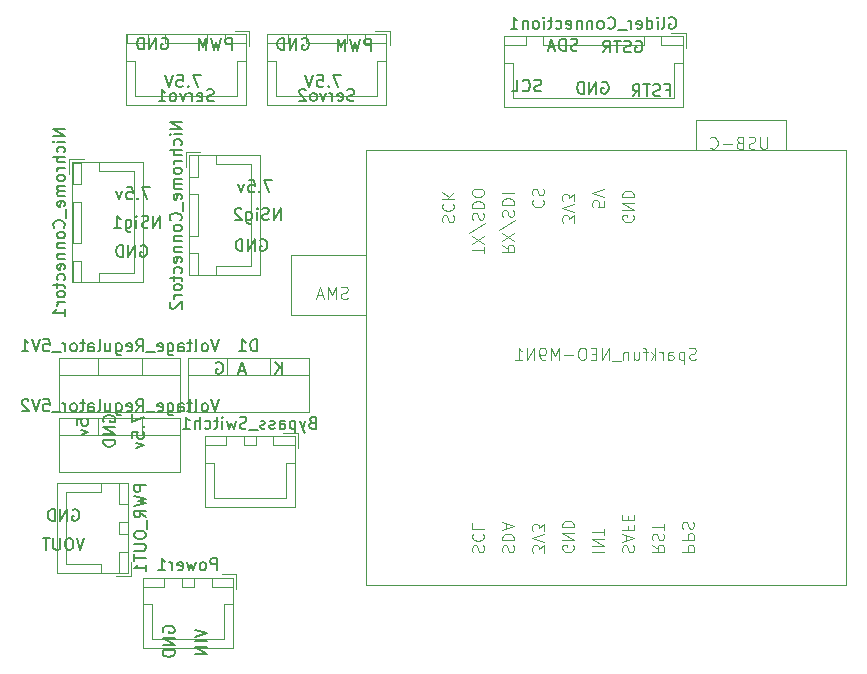
<source format=gbr>
%TF.GenerationSoftware,KiCad,Pcbnew,7.0.6-0*%
%TF.CreationDate,2023-11-16T12:01:13-05:00*%
%TF.ProjectId,TADPOL PCB,54414450-4f4c-4205-9043-422e6b696361,rev?*%
%TF.SameCoordinates,Original*%
%TF.FileFunction,Legend,Bot*%
%TF.FilePolarity,Positive*%
%FSLAX46Y46*%
G04 Gerber Fmt 4.6, Leading zero omitted, Abs format (unit mm)*
G04 Created by KiCad (PCBNEW 7.0.6-0) date 2023-11-16 12:01:13*
%MOMM*%
%LPD*%
G01*
G04 APERTURE LIST*
%ADD10C,0.150000*%
%ADD11C,0.100000*%
%ADD12C,0.120000*%
G04 APERTURE END LIST*
D10*
X164883858Y-95085019D02*
X164217192Y-95085019D01*
X164217192Y-95085019D02*
X164645763Y-96085019D01*
X163836239Y-95989780D02*
X163788620Y-96037400D01*
X163788620Y-96037400D02*
X163836239Y-96085019D01*
X163836239Y-96085019D02*
X163883858Y-96037400D01*
X163883858Y-96037400D02*
X163836239Y-95989780D01*
X163836239Y-95989780D02*
X163836239Y-96085019D01*
X162883859Y-95085019D02*
X163360049Y-95085019D01*
X163360049Y-95085019D02*
X163407668Y-95561209D01*
X163407668Y-95561209D02*
X163360049Y-95513590D01*
X163360049Y-95513590D02*
X163264811Y-95465971D01*
X163264811Y-95465971D02*
X163026716Y-95465971D01*
X163026716Y-95465971D02*
X162931478Y-95513590D01*
X162931478Y-95513590D02*
X162883859Y-95561209D01*
X162883859Y-95561209D02*
X162836240Y-95656447D01*
X162836240Y-95656447D02*
X162836240Y-95894542D01*
X162836240Y-95894542D02*
X162883859Y-95989780D01*
X162883859Y-95989780D02*
X162931478Y-96037400D01*
X162931478Y-96037400D02*
X163026716Y-96085019D01*
X163026716Y-96085019D02*
X163264811Y-96085019D01*
X163264811Y-96085019D02*
X163360049Y-96037400D01*
X163360049Y-96037400D02*
X163407668Y-95989780D01*
X162502906Y-95418352D02*
X162264811Y-96085019D01*
X162264811Y-96085019D02*
X162026716Y-95418352D01*
X197983239Y-86918800D02*
X197840382Y-86966419D01*
X197840382Y-86966419D02*
X197602287Y-86966419D01*
X197602287Y-86966419D02*
X197507049Y-86918800D01*
X197507049Y-86918800D02*
X197459430Y-86871180D01*
X197459430Y-86871180D02*
X197411811Y-86775942D01*
X197411811Y-86775942D02*
X197411811Y-86680704D01*
X197411811Y-86680704D02*
X197459430Y-86585466D01*
X197459430Y-86585466D02*
X197507049Y-86537847D01*
X197507049Y-86537847D02*
X197602287Y-86490228D01*
X197602287Y-86490228D02*
X197792763Y-86442609D01*
X197792763Y-86442609D02*
X197888001Y-86394990D01*
X197888001Y-86394990D02*
X197935620Y-86347371D01*
X197935620Y-86347371D02*
X197983239Y-86252133D01*
X197983239Y-86252133D02*
X197983239Y-86156895D01*
X197983239Y-86156895D02*
X197935620Y-86061657D01*
X197935620Y-86061657D02*
X197888001Y-86014038D01*
X197888001Y-86014038D02*
X197792763Y-85966419D01*
X197792763Y-85966419D02*
X197554668Y-85966419D01*
X197554668Y-85966419D02*
X197411811Y-86014038D01*
X196411811Y-86871180D02*
X196459430Y-86918800D01*
X196459430Y-86918800D02*
X196602287Y-86966419D01*
X196602287Y-86966419D02*
X196697525Y-86966419D01*
X196697525Y-86966419D02*
X196840382Y-86918800D01*
X196840382Y-86918800D02*
X196935620Y-86823561D01*
X196935620Y-86823561D02*
X196983239Y-86728323D01*
X196983239Y-86728323D02*
X197030858Y-86537847D01*
X197030858Y-86537847D02*
X197030858Y-86394990D01*
X197030858Y-86394990D02*
X196983239Y-86204514D01*
X196983239Y-86204514D02*
X196935620Y-86109276D01*
X196935620Y-86109276D02*
X196840382Y-86014038D01*
X196840382Y-86014038D02*
X196697525Y-85966419D01*
X196697525Y-85966419D02*
X196602287Y-85966419D01*
X196602287Y-85966419D02*
X196459430Y-86014038D01*
X196459430Y-86014038D02*
X196411811Y-86061657D01*
X195507049Y-86966419D02*
X195983239Y-86966419D01*
X195983239Y-86966419D02*
X195983239Y-85966419D01*
X203126811Y-86191838D02*
X203222049Y-86144219D01*
X203222049Y-86144219D02*
X203364906Y-86144219D01*
X203364906Y-86144219D02*
X203507763Y-86191838D01*
X203507763Y-86191838D02*
X203603001Y-86287076D01*
X203603001Y-86287076D02*
X203650620Y-86382314D01*
X203650620Y-86382314D02*
X203698239Y-86572790D01*
X203698239Y-86572790D02*
X203698239Y-86715647D01*
X203698239Y-86715647D02*
X203650620Y-86906123D01*
X203650620Y-86906123D02*
X203603001Y-87001361D01*
X203603001Y-87001361D02*
X203507763Y-87096600D01*
X203507763Y-87096600D02*
X203364906Y-87144219D01*
X203364906Y-87144219D02*
X203269668Y-87144219D01*
X203269668Y-87144219D02*
X203126811Y-87096600D01*
X203126811Y-87096600D02*
X203079192Y-87048980D01*
X203079192Y-87048980D02*
X203079192Y-86715647D01*
X203079192Y-86715647D02*
X203269668Y-86715647D01*
X202650620Y-87144219D02*
X202650620Y-86144219D01*
X202650620Y-86144219D02*
X202079192Y-87144219D01*
X202079192Y-87144219D02*
X202079192Y-86144219D01*
X201603001Y-87144219D02*
X201603001Y-86144219D01*
X201603001Y-86144219D02*
X201364906Y-86144219D01*
X201364906Y-86144219D02*
X201222049Y-86191838D01*
X201222049Y-86191838D02*
X201126811Y-86287076D01*
X201126811Y-86287076D02*
X201079192Y-86382314D01*
X201079192Y-86382314D02*
X201031573Y-86572790D01*
X201031573Y-86572790D02*
X201031573Y-86715647D01*
X201031573Y-86715647D02*
X201079192Y-86906123D01*
X201079192Y-86906123D02*
X201126811Y-87001361D01*
X201126811Y-87001361D02*
X201222049Y-87096600D01*
X201222049Y-87096600D02*
X201364906Y-87144219D01*
X201364906Y-87144219D02*
X201603001Y-87144219D01*
X201056639Y-83464400D02*
X200913782Y-83512019D01*
X200913782Y-83512019D02*
X200675687Y-83512019D01*
X200675687Y-83512019D02*
X200580449Y-83464400D01*
X200580449Y-83464400D02*
X200532830Y-83416780D01*
X200532830Y-83416780D02*
X200485211Y-83321542D01*
X200485211Y-83321542D02*
X200485211Y-83226304D01*
X200485211Y-83226304D02*
X200532830Y-83131066D01*
X200532830Y-83131066D02*
X200580449Y-83083447D01*
X200580449Y-83083447D02*
X200675687Y-83035828D01*
X200675687Y-83035828D02*
X200866163Y-82988209D01*
X200866163Y-82988209D02*
X200961401Y-82940590D01*
X200961401Y-82940590D02*
X201009020Y-82892971D01*
X201009020Y-82892971D02*
X201056639Y-82797733D01*
X201056639Y-82797733D02*
X201056639Y-82702495D01*
X201056639Y-82702495D02*
X201009020Y-82607257D01*
X201009020Y-82607257D02*
X200961401Y-82559638D01*
X200961401Y-82559638D02*
X200866163Y-82512019D01*
X200866163Y-82512019D02*
X200628068Y-82512019D01*
X200628068Y-82512019D02*
X200485211Y-82559638D01*
X200056639Y-83512019D02*
X200056639Y-82512019D01*
X200056639Y-82512019D02*
X199818544Y-82512019D01*
X199818544Y-82512019D02*
X199675687Y-82559638D01*
X199675687Y-82559638D02*
X199580449Y-82654876D01*
X199580449Y-82654876D02*
X199532830Y-82750114D01*
X199532830Y-82750114D02*
X199485211Y-82940590D01*
X199485211Y-82940590D02*
X199485211Y-83083447D01*
X199485211Y-83083447D02*
X199532830Y-83273923D01*
X199532830Y-83273923D02*
X199580449Y-83369161D01*
X199580449Y-83369161D02*
X199675687Y-83464400D01*
X199675687Y-83464400D02*
X199818544Y-83512019D01*
X199818544Y-83512019D02*
X200056639Y-83512019D01*
X199104258Y-83226304D02*
X198628068Y-83226304D01*
X199199496Y-83512019D02*
X198866163Y-82512019D01*
X198866163Y-82512019D02*
X198532830Y-83512019D01*
X174221611Y-99526838D02*
X174316849Y-99479219D01*
X174316849Y-99479219D02*
X174459706Y-99479219D01*
X174459706Y-99479219D02*
X174602563Y-99526838D01*
X174602563Y-99526838D02*
X174697801Y-99622076D01*
X174697801Y-99622076D02*
X174745420Y-99717314D01*
X174745420Y-99717314D02*
X174793039Y-99907790D01*
X174793039Y-99907790D02*
X174793039Y-100050647D01*
X174793039Y-100050647D02*
X174745420Y-100241123D01*
X174745420Y-100241123D02*
X174697801Y-100336361D01*
X174697801Y-100336361D02*
X174602563Y-100431600D01*
X174602563Y-100431600D02*
X174459706Y-100479219D01*
X174459706Y-100479219D02*
X174364468Y-100479219D01*
X174364468Y-100479219D02*
X174221611Y-100431600D01*
X174221611Y-100431600D02*
X174173992Y-100383980D01*
X174173992Y-100383980D02*
X174173992Y-100050647D01*
X174173992Y-100050647D02*
X174364468Y-100050647D01*
X173745420Y-100479219D02*
X173745420Y-99479219D01*
X173745420Y-99479219D02*
X173173992Y-100479219D01*
X173173992Y-100479219D02*
X173173992Y-99479219D01*
X172697801Y-100479219D02*
X172697801Y-99479219D01*
X172697801Y-99479219D02*
X172459706Y-99479219D01*
X172459706Y-99479219D02*
X172316849Y-99526838D01*
X172316849Y-99526838D02*
X172221611Y-99622076D01*
X172221611Y-99622076D02*
X172173992Y-99717314D01*
X172173992Y-99717314D02*
X172126373Y-99907790D01*
X172126373Y-99907790D02*
X172126373Y-100050647D01*
X172126373Y-100050647D02*
X172173992Y-100241123D01*
X172173992Y-100241123D02*
X172221611Y-100336361D01*
X172221611Y-100336361D02*
X172316849Y-100431600D01*
X172316849Y-100431600D02*
X172459706Y-100479219D01*
X172459706Y-100479219D02*
X172697801Y-100479219D01*
X181038258Y-85585419D02*
X180371592Y-85585419D01*
X180371592Y-85585419D02*
X180800163Y-86585419D01*
X179990639Y-86490180D02*
X179943020Y-86537800D01*
X179943020Y-86537800D02*
X179990639Y-86585419D01*
X179990639Y-86585419D02*
X180038258Y-86537800D01*
X180038258Y-86537800D02*
X179990639Y-86490180D01*
X179990639Y-86490180D02*
X179990639Y-86585419D01*
X179038259Y-85585419D02*
X179514449Y-85585419D01*
X179514449Y-85585419D02*
X179562068Y-86061609D01*
X179562068Y-86061609D02*
X179514449Y-86013990D01*
X179514449Y-86013990D02*
X179419211Y-85966371D01*
X179419211Y-85966371D02*
X179181116Y-85966371D01*
X179181116Y-85966371D02*
X179085878Y-86013990D01*
X179085878Y-86013990D02*
X179038259Y-86061609D01*
X179038259Y-86061609D02*
X178990640Y-86156847D01*
X178990640Y-86156847D02*
X178990640Y-86394942D01*
X178990640Y-86394942D02*
X179038259Y-86490180D01*
X179038259Y-86490180D02*
X179085878Y-86537800D01*
X179085878Y-86537800D02*
X179181116Y-86585419D01*
X179181116Y-86585419D02*
X179419211Y-86585419D01*
X179419211Y-86585419D02*
X179514449Y-86537800D01*
X179514449Y-86537800D02*
X179562068Y-86490180D01*
X178704925Y-85585419D02*
X178371592Y-86585419D01*
X178371592Y-86585419D02*
X178038259Y-85585419D01*
X165865011Y-82458038D02*
X165960249Y-82410419D01*
X165960249Y-82410419D02*
X166103106Y-82410419D01*
X166103106Y-82410419D02*
X166245963Y-82458038D01*
X166245963Y-82458038D02*
X166341201Y-82553276D01*
X166341201Y-82553276D02*
X166388820Y-82648514D01*
X166388820Y-82648514D02*
X166436439Y-82838990D01*
X166436439Y-82838990D02*
X166436439Y-82981847D01*
X166436439Y-82981847D02*
X166388820Y-83172323D01*
X166388820Y-83172323D02*
X166341201Y-83267561D01*
X166341201Y-83267561D02*
X166245963Y-83362800D01*
X166245963Y-83362800D02*
X166103106Y-83410419D01*
X166103106Y-83410419D02*
X166007868Y-83410419D01*
X166007868Y-83410419D02*
X165865011Y-83362800D01*
X165865011Y-83362800D02*
X165817392Y-83315180D01*
X165817392Y-83315180D02*
X165817392Y-82981847D01*
X165817392Y-82981847D02*
X166007868Y-82981847D01*
X165388820Y-83410419D02*
X165388820Y-82410419D01*
X165388820Y-82410419D02*
X164817392Y-83410419D01*
X164817392Y-83410419D02*
X164817392Y-82410419D01*
X164341201Y-83410419D02*
X164341201Y-82410419D01*
X164341201Y-82410419D02*
X164103106Y-82410419D01*
X164103106Y-82410419D02*
X163960249Y-82458038D01*
X163960249Y-82458038D02*
X163865011Y-82553276D01*
X163865011Y-82553276D02*
X163817392Y-82648514D01*
X163817392Y-82648514D02*
X163769773Y-82838990D01*
X163769773Y-82838990D02*
X163769773Y-82981847D01*
X163769773Y-82981847D02*
X163817392Y-83172323D01*
X163817392Y-83172323D02*
X163865011Y-83267561D01*
X163865011Y-83267561D02*
X163960249Y-83362800D01*
X163960249Y-83362800D02*
X164103106Y-83410419D01*
X164103106Y-83410419D02*
X164341201Y-83410419D01*
X177752211Y-82508838D02*
X177847449Y-82461219D01*
X177847449Y-82461219D02*
X177990306Y-82461219D01*
X177990306Y-82461219D02*
X178133163Y-82508838D01*
X178133163Y-82508838D02*
X178228401Y-82604076D01*
X178228401Y-82604076D02*
X178276020Y-82699314D01*
X178276020Y-82699314D02*
X178323639Y-82889790D01*
X178323639Y-82889790D02*
X178323639Y-83032647D01*
X178323639Y-83032647D02*
X178276020Y-83223123D01*
X178276020Y-83223123D02*
X178228401Y-83318361D01*
X178228401Y-83318361D02*
X178133163Y-83413600D01*
X178133163Y-83413600D02*
X177990306Y-83461219D01*
X177990306Y-83461219D02*
X177895068Y-83461219D01*
X177895068Y-83461219D02*
X177752211Y-83413600D01*
X177752211Y-83413600D02*
X177704592Y-83365980D01*
X177704592Y-83365980D02*
X177704592Y-83032647D01*
X177704592Y-83032647D02*
X177895068Y-83032647D01*
X177276020Y-83461219D02*
X177276020Y-82461219D01*
X177276020Y-82461219D02*
X176704592Y-83461219D01*
X176704592Y-83461219D02*
X176704592Y-82461219D01*
X176228401Y-83461219D02*
X176228401Y-82461219D01*
X176228401Y-82461219D02*
X175990306Y-82461219D01*
X175990306Y-82461219D02*
X175847449Y-82508838D01*
X175847449Y-82508838D02*
X175752211Y-82604076D01*
X175752211Y-82604076D02*
X175704592Y-82699314D01*
X175704592Y-82699314D02*
X175656973Y-82889790D01*
X175656973Y-82889790D02*
X175656973Y-83032647D01*
X175656973Y-83032647D02*
X175704592Y-83223123D01*
X175704592Y-83223123D02*
X175752211Y-83318361D01*
X175752211Y-83318361D02*
X175847449Y-83413600D01*
X175847449Y-83413600D02*
X175990306Y-83461219D01*
X175990306Y-83461219D02*
X176228401Y-83461219D01*
X170491011Y-109933438D02*
X170586249Y-109885819D01*
X170586249Y-109885819D02*
X170729106Y-109885819D01*
X170729106Y-109885819D02*
X170871963Y-109933438D01*
X170871963Y-109933438D02*
X170967201Y-110028676D01*
X170967201Y-110028676D02*
X171014820Y-110123914D01*
X171014820Y-110123914D02*
X171062439Y-110314390D01*
X171062439Y-110314390D02*
X171062439Y-110457247D01*
X171062439Y-110457247D02*
X171014820Y-110647723D01*
X171014820Y-110647723D02*
X170967201Y-110742961D01*
X170967201Y-110742961D02*
X170871963Y-110838200D01*
X170871963Y-110838200D02*
X170729106Y-110885819D01*
X170729106Y-110885819D02*
X170633868Y-110885819D01*
X170633868Y-110885819D02*
X170491011Y-110838200D01*
X170491011Y-110838200D02*
X170443392Y-110790580D01*
X170443392Y-110790580D02*
X170443392Y-110457247D01*
X170443392Y-110457247D02*
X170633868Y-110457247D01*
X158321211Y-122386838D02*
X158416449Y-122339219D01*
X158416449Y-122339219D02*
X158559306Y-122339219D01*
X158559306Y-122339219D02*
X158702163Y-122386838D01*
X158702163Y-122386838D02*
X158797401Y-122482076D01*
X158797401Y-122482076D02*
X158845020Y-122577314D01*
X158845020Y-122577314D02*
X158892639Y-122767790D01*
X158892639Y-122767790D02*
X158892639Y-122910647D01*
X158892639Y-122910647D02*
X158845020Y-123101123D01*
X158845020Y-123101123D02*
X158797401Y-123196361D01*
X158797401Y-123196361D02*
X158702163Y-123291600D01*
X158702163Y-123291600D02*
X158559306Y-123339219D01*
X158559306Y-123339219D02*
X158464068Y-123339219D01*
X158464068Y-123339219D02*
X158321211Y-123291600D01*
X158321211Y-123291600D02*
X158273592Y-123243980D01*
X158273592Y-123243980D02*
X158273592Y-122910647D01*
X158273592Y-122910647D02*
X158464068Y-122910647D01*
X157845020Y-123339219D02*
X157845020Y-122339219D01*
X157845020Y-122339219D02*
X157273592Y-123339219D01*
X157273592Y-123339219D02*
X157273592Y-122339219D01*
X156797401Y-123339219D02*
X156797401Y-122339219D01*
X156797401Y-122339219D02*
X156559306Y-122339219D01*
X156559306Y-122339219D02*
X156416449Y-122386838D01*
X156416449Y-122386838D02*
X156321211Y-122482076D01*
X156321211Y-122482076D02*
X156273592Y-122577314D01*
X156273592Y-122577314D02*
X156225973Y-122767790D01*
X156225973Y-122767790D02*
X156225973Y-122910647D01*
X156225973Y-122910647D02*
X156273592Y-123101123D01*
X156273592Y-123101123D02*
X156321211Y-123196361D01*
X156321211Y-123196361D02*
X156416449Y-123291600D01*
X156416449Y-123291600D02*
X156559306Y-123339219D01*
X156559306Y-123339219D02*
X156797401Y-123339219D01*
X171799020Y-83461219D02*
X171799020Y-82461219D01*
X171799020Y-82461219D02*
X171418068Y-82461219D01*
X171418068Y-82461219D02*
X171322830Y-82508838D01*
X171322830Y-82508838D02*
X171275211Y-82556457D01*
X171275211Y-82556457D02*
X171227592Y-82651695D01*
X171227592Y-82651695D02*
X171227592Y-82794552D01*
X171227592Y-82794552D02*
X171275211Y-82889790D01*
X171275211Y-82889790D02*
X171322830Y-82937409D01*
X171322830Y-82937409D02*
X171418068Y-82985028D01*
X171418068Y-82985028D02*
X171799020Y-82985028D01*
X170894258Y-82461219D02*
X170656163Y-83461219D01*
X170656163Y-83461219D02*
X170465687Y-82746933D01*
X170465687Y-82746933D02*
X170275211Y-83461219D01*
X170275211Y-83461219D02*
X170037116Y-82461219D01*
X169656163Y-83461219D02*
X169656163Y-82461219D01*
X169656163Y-82461219D02*
X169322830Y-83175504D01*
X169322830Y-83175504D02*
X168989497Y-82461219D01*
X168989497Y-82461219D02*
X168989497Y-83461219D01*
X183559220Y-83512019D02*
X183559220Y-82512019D01*
X183559220Y-82512019D02*
X183178268Y-82512019D01*
X183178268Y-82512019D02*
X183083030Y-82559638D01*
X183083030Y-82559638D02*
X183035411Y-82607257D01*
X183035411Y-82607257D02*
X182987792Y-82702495D01*
X182987792Y-82702495D02*
X182987792Y-82845352D01*
X182987792Y-82845352D02*
X183035411Y-82940590D01*
X183035411Y-82940590D02*
X183083030Y-82988209D01*
X183083030Y-82988209D02*
X183178268Y-83035828D01*
X183178268Y-83035828D02*
X183559220Y-83035828D01*
X182654458Y-82512019D02*
X182416363Y-83512019D01*
X182416363Y-83512019D02*
X182225887Y-82797733D01*
X182225887Y-82797733D02*
X182035411Y-83512019D01*
X182035411Y-83512019D02*
X181797316Y-82512019D01*
X181416363Y-83512019D02*
X181416363Y-82512019D01*
X181416363Y-82512019D02*
X181083030Y-83226304D01*
X181083030Y-83226304D02*
X180749697Y-82512019D01*
X180749697Y-82512019D02*
X180749697Y-83512019D01*
X169151058Y-85585419D02*
X168484392Y-85585419D01*
X168484392Y-85585419D02*
X168912963Y-86585419D01*
X168103439Y-86490180D02*
X168055820Y-86537800D01*
X168055820Y-86537800D02*
X168103439Y-86585419D01*
X168103439Y-86585419D02*
X168151058Y-86537800D01*
X168151058Y-86537800D02*
X168103439Y-86490180D01*
X168103439Y-86490180D02*
X168103439Y-86585419D01*
X167151059Y-85585419D02*
X167627249Y-85585419D01*
X167627249Y-85585419D02*
X167674868Y-86061609D01*
X167674868Y-86061609D02*
X167627249Y-86013990D01*
X167627249Y-86013990D02*
X167532011Y-85966371D01*
X167532011Y-85966371D02*
X167293916Y-85966371D01*
X167293916Y-85966371D02*
X167198678Y-86013990D01*
X167198678Y-86013990D02*
X167151059Y-86061609D01*
X167151059Y-86061609D02*
X167103440Y-86156847D01*
X167103440Y-86156847D02*
X167103440Y-86394942D01*
X167103440Y-86394942D02*
X167151059Y-86490180D01*
X167151059Y-86490180D02*
X167198678Y-86537800D01*
X167198678Y-86537800D02*
X167293916Y-86585419D01*
X167293916Y-86585419D02*
X167532011Y-86585419D01*
X167532011Y-86585419D02*
X167627249Y-86537800D01*
X167627249Y-86537800D02*
X167674868Y-86490180D01*
X166817725Y-85585419D02*
X166484392Y-86585419D01*
X166484392Y-86585419D02*
X166151059Y-85585419D01*
X175939220Y-97837619D02*
X175939220Y-96837619D01*
X175939220Y-96837619D02*
X175367792Y-97837619D01*
X175367792Y-97837619D02*
X175367792Y-96837619D01*
X174939220Y-97790000D02*
X174796363Y-97837619D01*
X174796363Y-97837619D02*
X174558268Y-97837619D01*
X174558268Y-97837619D02*
X174463030Y-97790000D01*
X174463030Y-97790000D02*
X174415411Y-97742380D01*
X174415411Y-97742380D02*
X174367792Y-97647142D01*
X174367792Y-97647142D02*
X174367792Y-97551904D01*
X174367792Y-97551904D02*
X174415411Y-97456666D01*
X174415411Y-97456666D02*
X174463030Y-97409047D01*
X174463030Y-97409047D02*
X174558268Y-97361428D01*
X174558268Y-97361428D02*
X174748744Y-97313809D01*
X174748744Y-97313809D02*
X174843982Y-97266190D01*
X174843982Y-97266190D02*
X174891601Y-97218571D01*
X174891601Y-97218571D02*
X174939220Y-97123333D01*
X174939220Y-97123333D02*
X174939220Y-97028095D01*
X174939220Y-97028095D02*
X174891601Y-96932857D01*
X174891601Y-96932857D02*
X174843982Y-96885238D01*
X174843982Y-96885238D02*
X174748744Y-96837619D01*
X174748744Y-96837619D02*
X174510649Y-96837619D01*
X174510649Y-96837619D02*
X174367792Y-96885238D01*
X173939220Y-97837619D02*
X173939220Y-97170952D01*
X173939220Y-96837619D02*
X173986839Y-96885238D01*
X173986839Y-96885238D02*
X173939220Y-96932857D01*
X173939220Y-96932857D02*
X173891601Y-96885238D01*
X173891601Y-96885238D02*
X173939220Y-96837619D01*
X173939220Y-96837619D02*
X173939220Y-96932857D01*
X173034459Y-97170952D02*
X173034459Y-97980476D01*
X173034459Y-97980476D02*
X173082078Y-98075714D01*
X173082078Y-98075714D02*
X173129697Y-98123333D01*
X173129697Y-98123333D02*
X173224935Y-98170952D01*
X173224935Y-98170952D02*
X173367792Y-98170952D01*
X173367792Y-98170952D02*
X173463030Y-98123333D01*
X173034459Y-97790000D02*
X173129697Y-97837619D01*
X173129697Y-97837619D02*
X173320173Y-97837619D01*
X173320173Y-97837619D02*
X173415411Y-97790000D01*
X173415411Y-97790000D02*
X173463030Y-97742380D01*
X173463030Y-97742380D02*
X173510649Y-97647142D01*
X173510649Y-97647142D02*
X173510649Y-97361428D01*
X173510649Y-97361428D02*
X173463030Y-97266190D01*
X173463030Y-97266190D02*
X173415411Y-97218571D01*
X173415411Y-97218571D02*
X173320173Y-97170952D01*
X173320173Y-97170952D02*
X173129697Y-97170952D01*
X173129697Y-97170952D02*
X173034459Y-97218571D01*
X172605887Y-96932857D02*
X172558268Y-96885238D01*
X172558268Y-96885238D02*
X172463030Y-96837619D01*
X172463030Y-96837619D02*
X172224935Y-96837619D01*
X172224935Y-96837619D02*
X172129697Y-96885238D01*
X172129697Y-96885238D02*
X172082078Y-96932857D01*
X172082078Y-96932857D02*
X172034459Y-97028095D01*
X172034459Y-97028095D02*
X172034459Y-97123333D01*
X172034459Y-97123333D02*
X172082078Y-97266190D01*
X172082078Y-97266190D02*
X172653506Y-97837619D01*
X172653506Y-97837619D02*
X172034459Y-97837619D01*
X172913439Y-110600104D02*
X172437249Y-110600104D01*
X173008677Y-110885819D02*
X172675344Y-109885819D01*
X172675344Y-109885819D02*
X172342011Y-110885819D01*
X160969438Y-114936588D02*
X160921819Y-114841350D01*
X160921819Y-114841350D02*
X160921819Y-114698493D01*
X160921819Y-114698493D02*
X160969438Y-114555636D01*
X160969438Y-114555636D02*
X161064676Y-114460398D01*
X161064676Y-114460398D02*
X161159914Y-114412779D01*
X161159914Y-114412779D02*
X161350390Y-114365160D01*
X161350390Y-114365160D02*
X161493247Y-114365160D01*
X161493247Y-114365160D02*
X161683723Y-114412779D01*
X161683723Y-114412779D02*
X161778961Y-114460398D01*
X161778961Y-114460398D02*
X161874200Y-114555636D01*
X161874200Y-114555636D02*
X161921819Y-114698493D01*
X161921819Y-114698493D02*
X161921819Y-114793731D01*
X161921819Y-114793731D02*
X161874200Y-114936588D01*
X161874200Y-114936588D02*
X161826580Y-114984207D01*
X161826580Y-114984207D02*
X161493247Y-114984207D01*
X161493247Y-114984207D02*
X161493247Y-114793731D01*
X161921819Y-115412779D02*
X160921819Y-115412779D01*
X160921819Y-115412779D02*
X161921819Y-115984207D01*
X161921819Y-115984207D02*
X160921819Y-115984207D01*
X161921819Y-116460398D02*
X160921819Y-116460398D01*
X160921819Y-116460398D02*
X160921819Y-116698493D01*
X160921819Y-116698493D02*
X160969438Y-116841350D01*
X160969438Y-116841350D02*
X161064676Y-116936588D01*
X161064676Y-116936588D02*
X161159914Y-116984207D01*
X161159914Y-116984207D02*
X161350390Y-117031826D01*
X161350390Y-117031826D02*
X161493247Y-117031826D01*
X161493247Y-117031826D02*
X161683723Y-116984207D01*
X161683723Y-116984207D02*
X161778961Y-116936588D01*
X161778961Y-116936588D02*
X161874200Y-116841350D01*
X161874200Y-116841350D02*
X161921819Y-116698493D01*
X161921819Y-116698493D02*
X161921819Y-116460398D01*
X164087011Y-100034838D02*
X164182249Y-99987219D01*
X164182249Y-99987219D02*
X164325106Y-99987219D01*
X164325106Y-99987219D02*
X164467963Y-100034838D01*
X164467963Y-100034838D02*
X164563201Y-100130076D01*
X164563201Y-100130076D02*
X164610820Y-100225314D01*
X164610820Y-100225314D02*
X164658439Y-100415790D01*
X164658439Y-100415790D02*
X164658439Y-100558647D01*
X164658439Y-100558647D02*
X164610820Y-100749123D01*
X164610820Y-100749123D02*
X164563201Y-100844361D01*
X164563201Y-100844361D02*
X164467963Y-100939600D01*
X164467963Y-100939600D02*
X164325106Y-100987219D01*
X164325106Y-100987219D02*
X164229868Y-100987219D01*
X164229868Y-100987219D02*
X164087011Y-100939600D01*
X164087011Y-100939600D02*
X164039392Y-100891980D01*
X164039392Y-100891980D02*
X164039392Y-100558647D01*
X164039392Y-100558647D02*
X164229868Y-100558647D01*
X163610820Y-100987219D02*
X163610820Y-99987219D01*
X163610820Y-99987219D02*
X163039392Y-100987219D01*
X163039392Y-100987219D02*
X163039392Y-99987219D01*
X162563201Y-100987219D02*
X162563201Y-99987219D01*
X162563201Y-99987219D02*
X162325106Y-99987219D01*
X162325106Y-99987219D02*
X162182249Y-100034838D01*
X162182249Y-100034838D02*
X162087011Y-100130076D01*
X162087011Y-100130076D02*
X162039392Y-100225314D01*
X162039392Y-100225314D02*
X161991773Y-100415790D01*
X161991773Y-100415790D02*
X161991773Y-100558647D01*
X161991773Y-100558647D02*
X162039392Y-100749123D01*
X162039392Y-100749123D02*
X162087011Y-100844361D01*
X162087011Y-100844361D02*
X162182249Y-100939600D01*
X162182249Y-100939600D02*
X162325106Y-100987219D01*
X162325106Y-100987219D02*
X162563201Y-100987219D01*
X208546287Y-86855809D02*
X208879620Y-86855809D01*
X208879620Y-87379619D02*
X208879620Y-86379619D01*
X208879620Y-86379619D02*
X208403430Y-86379619D01*
X208070096Y-87332000D02*
X207927239Y-87379619D01*
X207927239Y-87379619D02*
X207689144Y-87379619D01*
X207689144Y-87379619D02*
X207593906Y-87332000D01*
X207593906Y-87332000D02*
X207546287Y-87284380D01*
X207546287Y-87284380D02*
X207498668Y-87189142D01*
X207498668Y-87189142D02*
X207498668Y-87093904D01*
X207498668Y-87093904D02*
X207546287Y-86998666D01*
X207546287Y-86998666D02*
X207593906Y-86951047D01*
X207593906Y-86951047D02*
X207689144Y-86903428D01*
X207689144Y-86903428D02*
X207879620Y-86855809D01*
X207879620Y-86855809D02*
X207974858Y-86808190D01*
X207974858Y-86808190D02*
X208022477Y-86760571D01*
X208022477Y-86760571D02*
X208070096Y-86665333D01*
X208070096Y-86665333D02*
X208070096Y-86570095D01*
X208070096Y-86570095D02*
X208022477Y-86474857D01*
X208022477Y-86474857D02*
X207974858Y-86427238D01*
X207974858Y-86427238D02*
X207879620Y-86379619D01*
X207879620Y-86379619D02*
X207641525Y-86379619D01*
X207641525Y-86379619D02*
X207498668Y-86427238D01*
X207212953Y-86379619D02*
X206641525Y-86379619D01*
X206927239Y-87379619D02*
X206927239Y-86379619D01*
X205736763Y-87379619D02*
X206070096Y-86903428D01*
X206308191Y-87379619D02*
X206308191Y-86379619D01*
X206308191Y-86379619D02*
X205927239Y-86379619D01*
X205927239Y-86379619D02*
X205832001Y-86427238D01*
X205832001Y-86427238D02*
X205784382Y-86474857D01*
X205784382Y-86474857D02*
X205736763Y-86570095D01*
X205736763Y-86570095D02*
X205736763Y-86712952D01*
X205736763Y-86712952D02*
X205784382Y-86808190D01*
X205784382Y-86808190D02*
X205832001Y-86855809D01*
X205832001Y-86855809D02*
X205927239Y-86903428D01*
X205927239Y-86903428D02*
X206308191Y-86903428D01*
X159318077Y-124777619D02*
X158984744Y-125777619D01*
X158984744Y-125777619D02*
X158651411Y-124777619D01*
X158127601Y-124777619D02*
X157937125Y-124777619D01*
X157937125Y-124777619D02*
X157841887Y-124825238D01*
X157841887Y-124825238D02*
X157746649Y-124920476D01*
X157746649Y-124920476D02*
X157699030Y-125110952D01*
X157699030Y-125110952D02*
X157699030Y-125444285D01*
X157699030Y-125444285D02*
X157746649Y-125634761D01*
X157746649Y-125634761D02*
X157841887Y-125730000D01*
X157841887Y-125730000D02*
X157937125Y-125777619D01*
X157937125Y-125777619D02*
X158127601Y-125777619D01*
X158127601Y-125777619D02*
X158222839Y-125730000D01*
X158222839Y-125730000D02*
X158318077Y-125634761D01*
X158318077Y-125634761D02*
X158365696Y-125444285D01*
X158365696Y-125444285D02*
X158365696Y-125110952D01*
X158365696Y-125110952D02*
X158318077Y-124920476D01*
X158318077Y-124920476D02*
X158222839Y-124825238D01*
X158222839Y-124825238D02*
X158127601Y-124777619D01*
X157270458Y-124777619D02*
X157270458Y-125587142D01*
X157270458Y-125587142D02*
X157222839Y-125682380D01*
X157222839Y-125682380D02*
X157175220Y-125730000D01*
X157175220Y-125730000D02*
X157079982Y-125777619D01*
X157079982Y-125777619D02*
X156889506Y-125777619D01*
X156889506Y-125777619D02*
X156794268Y-125730000D01*
X156794268Y-125730000D02*
X156746649Y-125682380D01*
X156746649Y-125682380D02*
X156699030Y-125587142D01*
X156699030Y-125587142D02*
X156699030Y-124777619D01*
X156365696Y-124777619D02*
X155794268Y-124777619D01*
X156079982Y-125777619D02*
X156079982Y-124777619D01*
X176015420Y-110867819D02*
X176015420Y-109867819D01*
X175443992Y-110867819D02*
X175872563Y-110296390D01*
X175443992Y-109867819D02*
X176015420Y-110439247D01*
X158661219Y-115214569D02*
X158661219Y-114738379D01*
X158661219Y-114738379D02*
X159137409Y-114690760D01*
X159137409Y-114690760D02*
X159089790Y-114738379D01*
X159089790Y-114738379D02*
X159042171Y-114833617D01*
X159042171Y-114833617D02*
X159042171Y-115071712D01*
X159042171Y-115071712D02*
X159089790Y-115166950D01*
X159089790Y-115166950D02*
X159137409Y-115214569D01*
X159137409Y-115214569D02*
X159232647Y-115262188D01*
X159232647Y-115262188D02*
X159470742Y-115262188D01*
X159470742Y-115262188D02*
X159565980Y-115214569D01*
X159565980Y-115214569D02*
X159613600Y-115166950D01*
X159613600Y-115166950D02*
X159661219Y-115071712D01*
X159661219Y-115071712D02*
X159661219Y-114833617D01*
X159661219Y-114833617D02*
X159613600Y-114738379D01*
X159613600Y-114738379D02*
X159565980Y-114690760D01*
X158994552Y-115595522D02*
X159661219Y-115833617D01*
X159661219Y-115833617D02*
X158994552Y-116071712D01*
X205997011Y-82712038D02*
X206092249Y-82664419D01*
X206092249Y-82664419D02*
X206235106Y-82664419D01*
X206235106Y-82664419D02*
X206377963Y-82712038D01*
X206377963Y-82712038D02*
X206473201Y-82807276D01*
X206473201Y-82807276D02*
X206520820Y-82902514D01*
X206520820Y-82902514D02*
X206568439Y-83092990D01*
X206568439Y-83092990D02*
X206568439Y-83235847D01*
X206568439Y-83235847D02*
X206520820Y-83426323D01*
X206520820Y-83426323D02*
X206473201Y-83521561D01*
X206473201Y-83521561D02*
X206377963Y-83616800D01*
X206377963Y-83616800D02*
X206235106Y-83664419D01*
X206235106Y-83664419D02*
X206139868Y-83664419D01*
X206139868Y-83664419D02*
X205997011Y-83616800D01*
X205997011Y-83616800D02*
X205949392Y-83569180D01*
X205949392Y-83569180D02*
X205949392Y-83235847D01*
X205949392Y-83235847D02*
X206139868Y-83235847D01*
X205568439Y-83616800D02*
X205425582Y-83664419D01*
X205425582Y-83664419D02*
X205187487Y-83664419D01*
X205187487Y-83664419D02*
X205092249Y-83616800D01*
X205092249Y-83616800D02*
X205044630Y-83569180D01*
X205044630Y-83569180D02*
X204997011Y-83473942D01*
X204997011Y-83473942D02*
X204997011Y-83378704D01*
X204997011Y-83378704D02*
X205044630Y-83283466D01*
X205044630Y-83283466D02*
X205092249Y-83235847D01*
X205092249Y-83235847D02*
X205187487Y-83188228D01*
X205187487Y-83188228D02*
X205377963Y-83140609D01*
X205377963Y-83140609D02*
X205473201Y-83092990D01*
X205473201Y-83092990D02*
X205520820Y-83045371D01*
X205520820Y-83045371D02*
X205568439Y-82950133D01*
X205568439Y-82950133D02*
X205568439Y-82854895D01*
X205568439Y-82854895D02*
X205520820Y-82759657D01*
X205520820Y-82759657D02*
X205473201Y-82712038D01*
X205473201Y-82712038D02*
X205377963Y-82664419D01*
X205377963Y-82664419D02*
X205139868Y-82664419D01*
X205139868Y-82664419D02*
X204997011Y-82712038D01*
X204711296Y-82664419D02*
X204139868Y-82664419D01*
X204425582Y-83664419D02*
X204425582Y-82664419D01*
X203235106Y-83664419D02*
X203568439Y-83188228D01*
X203806534Y-83664419D02*
X203806534Y-82664419D01*
X203806534Y-82664419D02*
X203425582Y-82664419D01*
X203425582Y-82664419D02*
X203330344Y-82712038D01*
X203330344Y-82712038D02*
X203282725Y-82759657D01*
X203282725Y-82759657D02*
X203235106Y-82854895D01*
X203235106Y-82854895D02*
X203235106Y-82997752D01*
X203235106Y-82997752D02*
X203282725Y-83092990D01*
X203282725Y-83092990D02*
X203330344Y-83140609D01*
X203330344Y-83140609D02*
X203425582Y-83188228D01*
X203425582Y-83188228D02*
X203806534Y-83188228D01*
X163385619Y-114312941D02*
X163385619Y-114979607D01*
X163385619Y-114979607D02*
X164385619Y-114551036D01*
X164290380Y-115360560D02*
X164338000Y-115408179D01*
X164338000Y-115408179D02*
X164385619Y-115360560D01*
X164385619Y-115360560D02*
X164338000Y-115312941D01*
X164338000Y-115312941D02*
X164290380Y-115360560D01*
X164290380Y-115360560D02*
X164385619Y-115360560D01*
X163385619Y-116312940D02*
X163385619Y-115836750D01*
X163385619Y-115836750D02*
X163861809Y-115789131D01*
X163861809Y-115789131D02*
X163814190Y-115836750D01*
X163814190Y-115836750D02*
X163766571Y-115931988D01*
X163766571Y-115931988D02*
X163766571Y-116170083D01*
X163766571Y-116170083D02*
X163814190Y-116265321D01*
X163814190Y-116265321D02*
X163861809Y-116312940D01*
X163861809Y-116312940D02*
X163957047Y-116360559D01*
X163957047Y-116360559D02*
X164195142Y-116360559D01*
X164195142Y-116360559D02*
X164290380Y-116312940D01*
X164290380Y-116312940D02*
X164338000Y-116265321D01*
X164338000Y-116265321D02*
X164385619Y-116170083D01*
X164385619Y-116170083D02*
X164385619Y-115931988D01*
X164385619Y-115931988D02*
X164338000Y-115836750D01*
X164338000Y-115836750D02*
X164290380Y-115789131D01*
X163718952Y-116693893D02*
X164385619Y-116931988D01*
X164385619Y-116931988D02*
X163718952Y-117170083D01*
X165998638Y-132762788D02*
X165951019Y-132667550D01*
X165951019Y-132667550D02*
X165951019Y-132524693D01*
X165951019Y-132524693D02*
X165998638Y-132381836D01*
X165998638Y-132381836D02*
X166093876Y-132286598D01*
X166093876Y-132286598D02*
X166189114Y-132238979D01*
X166189114Y-132238979D02*
X166379590Y-132191360D01*
X166379590Y-132191360D02*
X166522447Y-132191360D01*
X166522447Y-132191360D02*
X166712923Y-132238979D01*
X166712923Y-132238979D02*
X166808161Y-132286598D01*
X166808161Y-132286598D02*
X166903400Y-132381836D01*
X166903400Y-132381836D02*
X166951019Y-132524693D01*
X166951019Y-132524693D02*
X166951019Y-132619931D01*
X166951019Y-132619931D02*
X166903400Y-132762788D01*
X166903400Y-132762788D02*
X166855780Y-132810407D01*
X166855780Y-132810407D02*
X166522447Y-132810407D01*
X166522447Y-132810407D02*
X166522447Y-132619931D01*
X166951019Y-133238979D02*
X165951019Y-133238979D01*
X165951019Y-133238979D02*
X166951019Y-133810407D01*
X166951019Y-133810407D02*
X165951019Y-133810407D01*
X166951019Y-134286598D02*
X165951019Y-134286598D01*
X165951019Y-134286598D02*
X165951019Y-134524693D01*
X165951019Y-134524693D02*
X165998638Y-134667550D01*
X165998638Y-134667550D02*
X166093876Y-134762788D01*
X166093876Y-134762788D02*
X166189114Y-134810407D01*
X166189114Y-134810407D02*
X166379590Y-134858026D01*
X166379590Y-134858026D02*
X166522447Y-134858026D01*
X166522447Y-134858026D02*
X166712923Y-134810407D01*
X166712923Y-134810407D02*
X166808161Y-134762788D01*
X166808161Y-134762788D02*
X166903400Y-134667550D01*
X166903400Y-134667550D02*
X166951019Y-134524693D01*
X166951019Y-134524693D02*
X166951019Y-134286598D01*
X175221658Y-94500819D02*
X174554992Y-94500819D01*
X174554992Y-94500819D02*
X174983563Y-95500819D01*
X174174039Y-95405580D02*
X174126420Y-95453200D01*
X174126420Y-95453200D02*
X174174039Y-95500819D01*
X174174039Y-95500819D02*
X174221658Y-95453200D01*
X174221658Y-95453200D02*
X174174039Y-95405580D01*
X174174039Y-95405580D02*
X174174039Y-95500819D01*
X173221659Y-94500819D02*
X173697849Y-94500819D01*
X173697849Y-94500819D02*
X173745468Y-94977009D01*
X173745468Y-94977009D02*
X173697849Y-94929390D01*
X173697849Y-94929390D02*
X173602611Y-94881771D01*
X173602611Y-94881771D02*
X173364516Y-94881771D01*
X173364516Y-94881771D02*
X173269278Y-94929390D01*
X173269278Y-94929390D02*
X173221659Y-94977009D01*
X173221659Y-94977009D02*
X173174040Y-95072247D01*
X173174040Y-95072247D02*
X173174040Y-95310342D01*
X173174040Y-95310342D02*
X173221659Y-95405580D01*
X173221659Y-95405580D02*
X173269278Y-95453200D01*
X173269278Y-95453200D02*
X173364516Y-95500819D01*
X173364516Y-95500819D02*
X173602611Y-95500819D01*
X173602611Y-95500819D02*
X173697849Y-95453200D01*
X173697849Y-95453200D02*
X173745468Y-95405580D01*
X172840706Y-94834152D02*
X172602611Y-95500819D01*
X172602611Y-95500819D02*
X172364516Y-94834152D01*
X168719619Y-132527922D02*
X169719619Y-132861255D01*
X169719619Y-132861255D02*
X168719619Y-133194588D01*
X169719619Y-133527922D02*
X168719619Y-133527922D01*
X169719619Y-134004112D02*
X168719619Y-134004112D01*
X168719619Y-134004112D02*
X169719619Y-134575540D01*
X169719619Y-134575540D02*
X168719619Y-134575540D01*
X165728420Y-98498019D02*
X165728420Y-97498019D01*
X165728420Y-97498019D02*
X165156992Y-98498019D01*
X165156992Y-98498019D02*
X165156992Y-97498019D01*
X164728420Y-98450400D02*
X164585563Y-98498019D01*
X164585563Y-98498019D02*
X164347468Y-98498019D01*
X164347468Y-98498019D02*
X164252230Y-98450400D01*
X164252230Y-98450400D02*
X164204611Y-98402780D01*
X164204611Y-98402780D02*
X164156992Y-98307542D01*
X164156992Y-98307542D02*
X164156992Y-98212304D01*
X164156992Y-98212304D02*
X164204611Y-98117066D01*
X164204611Y-98117066D02*
X164252230Y-98069447D01*
X164252230Y-98069447D02*
X164347468Y-98021828D01*
X164347468Y-98021828D02*
X164537944Y-97974209D01*
X164537944Y-97974209D02*
X164633182Y-97926590D01*
X164633182Y-97926590D02*
X164680801Y-97878971D01*
X164680801Y-97878971D02*
X164728420Y-97783733D01*
X164728420Y-97783733D02*
X164728420Y-97688495D01*
X164728420Y-97688495D02*
X164680801Y-97593257D01*
X164680801Y-97593257D02*
X164633182Y-97545638D01*
X164633182Y-97545638D02*
X164537944Y-97498019D01*
X164537944Y-97498019D02*
X164299849Y-97498019D01*
X164299849Y-97498019D02*
X164156992Y-97545638D01*
X163728420Y-98498019D02*
X163728420Y-97831352D01*
X163728420Y-97498019D02*
X163776039Y-97545638D01*
X163776039Y-97545638D02*
X163728420Y-97593257D01*
X163728420Y-97593257D02*
X163680801Y-97545638D01*
X163680801Y-97545638D02*
X163728420Y-97498019D01*
X163728420Y-97498019D02*
X163728420Y-97593257D01*
X162823659Y-97831352D02*
X162823659Y-98640876D01*
X162823659Y-98640876D02*
X162871278Y-98736114D01*
X162871278Y-98736114D02*
X162918897Y-98783733D01*
X162918897Y-98783733D02*
X163014135Y-98831352D01*
X163014135Y-98831352D02*
X163156992Y-98831352D01*
X163156992Y-98831352D02*
X163252230Y-98783733D01*
X162823659Y-98450400D02*
X162918897Y-98498019D01*
X162918897Y-98498019D02*
X163109373Y-98498019D01*
X163109373Y-98498019D02*
X163204611Y-98450400D01*
X163204611Y-98450400D02*
X163252230Y-98402780D01*
X163252230Y-98402780D02*
X163299849Y-98307542D01*
X163299849Y-98307542D02*
X163299849Y-98021828D01*
X163299849Y-98021828D02*
X163252230Y-97926590D01*
X163252230Y-97926590D02*
X163204611Y-97878971D01*
X163204611Y-97878971D02*
X163109373Y-97831352D01*
X163109373Y-97831352D02*
X162918897Y-97831352D01*
X162918897Y-97831352D02*
X162823659Y-97878971D01*
X161823659Y-98498019D02*
X162395087Y-98498019D01*
X162109373Y-98498019D02*
X162109373Y-97498019D01*
X162109373Y-97498019D02*
X162204611Y-97640876D01*
X162204611Y-97640876D02*
X162299849Y-97736114D01*
X162299849Y-97736114D02*
X162395087Y-97783733D01*
X157669819Y-90163047D02*
X156669819Y-90163047D01*
X156669819Y-90163047D02*
X157669819Y-90734475D01*
X157669819Y-90734475D02*
X156669819Y-90734475D01*
X157669819Y-91210666D02*
X157003152Y-91210666D01*
X156669819Y-91210666D02*
X156717438Y-91163047D01*
X156717438Y-91163047D02*
X156765057Y-91210666D01*
X156765057Y-91210666D02*
X156717438Y-91258285D01*
X156717438Y-91258285D02*
X156669819Y-91210666D01*
X156669819Y-91210666D02*
X156765057Y-91210666D01*
X157622200Y-92115427D02*
X157669819Y-92020189D01*
X157669819Y-92020189D02*
X157669819Y-91829713D01*
X157669819Y-91829713D02*
X157622200Y-91734475D01*
X157622200Y-91734475D02*
X157574580Y-91686856D01*
X157574580Y-91686856D02*
X157479342Y-91639237D01*
X157479342Y-91639237D02*
X157193628Y-91639237D01*
X157193628Y-91639237D02*
X157098390Y-91686856D01*
X157098390Y-91686856D02*
X157050771Y-91734475D01*
X157050771Y-91734475D02*
X157003152Y-91829713D01*
X157003152Y-91829713D02*
X157003152Y-92020189D01*
X157003152Y-92020189D02*
X157050771Y-92115427D01*
X157669819Y-92543999D02*
X156669819Y-92543999D01*
X157669819Y-92972570D02*
X157146009Y-92972570D01*
X157146009Y-92972570D02*
X157050771Y-92924951D01*
X157050771Y-92924951D02*
X157003152Y-92829713D01*
X157003152Y-92829713D02*
X157003152Y-92686856D01*
X157003152Y-92686856D02*
X157050771Y-92591618D01*
X157050771Y-92591618D02*
X157098390Y-92543999D01*
X157669819Y-93448761D02*
X157003152Y-93448761D01*
X157193628Y-93448761D02*
X157098390Y-93496380D01*
X157098390Y-93496380D02*
X157050771Y-93543999D01*
X157050771Y-93543999D02*
X157003152Y-93639237D01*
X157003152Y-93639237D02*
X157003152Y-93734475D01*
X157669819Y-94210666D02*
X157622200Y-94115428D01*
X157622200Y-94115428D02*
X157574580Y-94067809D01*
X157574580Y-94067809D02*
X157479342Y-94020190D01*
X157479342Y-94020190D02*
X157193628Y-94020190D01*
X157193628Y-94020190D02*
X157098390Y-94067809D01*
X157098390Y-94067809D02*
X157050771Y-94115428D01*
X157050771Y-94115428D02*
X157003152Y-94210666D01*
X157003152Y-94210666D02*
X157003152Y-94353523D01*
X157003152Y-94353523D02*
X157050771Y-94448761D01*
X157050771Y-94448761D02*
X157098390Y-94496380D01*
X157098390Y-94496380D02*
X157193628Y-94543999D01*
X157193628Y-94543999D02*
X157479342Y-94543999D01*
X157479342Y-94543999D02*
X157574580Y-94496380D01*
X157574580Y-94496380D02*
X157622200Y-94448761D01*
X157622200Y-94448761D02*
X157669819Y-94353523D01*
X157669819Y-94353523D02*
X157669819Y-94210666D01*
X157669819Y-94972571D02*
X157003152Y-94972571D01*
X157098390Y-94972571D02*
X157050771Y-95020190D01*
X157050771Y-95020190D02*
X157003152Y-95115428D01*
X157003152Y-95115428D02*
X157003152Y-95258285D01*
X157003152Y-95258285D02*
X157050771Y-95353523D01*
X157050771Y-95353523D02*
X157146009Y-95401142D01*
X157146009Y-95401142D02*
X157669819Y-95401142D01*
X157146009Y-95401142D02*
X157050771Y-95448761D01*
X157050771Y-95448761D02*
X157003152Y-95543999D01*
X157003152Y-95543999D02*
X157003152Y-95686856D01*
X157003152Y-95686856D02*
X157050771Y-95782095D01*
X157050771Y-95782095D02*
X157146009Y-95829714D01*
X157146009Y-95829714D02*
X157669819Y-95829714D01*
X157622200Y-96686856D02*
X157669819Y-96591618D01*
X157669819Y-96591618D02*
X157669819Y-96401142D01*
X157669819Y-96401142D02*
X157622200Y-96305904D01*
X157622200Y-96305904D02*
X157526961Y-96258285D01*
X157526961Y-96258285D02*
X157146009Y-96258285D01*
X157146009Y-96258285D02*
X157050771Y-96305904D01*
X157050771Y-96305904D02*
X157003152Y-96401142D01*
X157003152Y-96401142D02*
X157003152Y-96591618D01*
X157003152Y-96591618D02*
X157050771Y-96686856D01*
X157050771Y-96686856D02*
X157146009Y-96734475D01*
X157146009Y-96734475D02*
X157241247Y-96734475D01*
X157241247Y-96734475D02*
X157336485Y-96258285D01*
X157765057Y-96924952D02*
X157765057Y-97686856D01*
X157574580Y-98496380D02*
X157622200Y-98448761D01*
X157622200Y-98448761D02*
X157669819Y-98305904D01*
X157669819Y-98305904D02*
X157669819Y-98210666D01*
X157669819Y-98210666D02*
X157622200Y-98067809D01*
X157622200Y-98067809D02*
X157526961Y-97972571D01*
X157526961Y-97972571D02*
X157431723Y-97924952D01*
X157431723Y-97924952D02*
X157241247Y-97877333D01*
X157241247Y-97877333D02*
X157098390Y-97877333D01*
X157098390Y-97877333D02*
X156907914Y-97924952D01*
X156907914Y-97924952D02*
X156812676Y-97972571D01*
X156812676Y-97972571D02*
X156717438Y-98067809D01*
X156717438Y-98067809D02*
X156669819Y-98210666D01*
X156669819Y-98210666D02*
X156669819Y-98305904D01*
X156669819Y-98305904D02*
X156717438Y-98448761D01*
X156717438Y-98448761D02*
X156765057Y-98496380D01*
X157669819Y-99067809D02*
X157622200Y-98972571D01*
X157622200Y-98972571D02*
X157574580Y-98924952D01*
X157574580Y-98924952D02*
X157479342Y-98877333D01*
X157479342Y-98877333D02*
X157193628Y-98877333D01*
X157193628Y-98877333D02*
X157098390Y-98924952D01*
X157098390Y-98924952D02*
X157050771Y-98972571D01*
X157050771Y-98972571D02*
X157003152Y-99067809D01*
X157003152Y-99067809D02*
X157003152Y-99210666D01*
X157003152Y-99210666D02*
X157050771Y-99305904D01*
X157050771Y-99305904D02*
X157098390Y-99353523D01*
X157098390Y-99353523D02*
X157193628Y-99401142D01*
X157193628Y-99401142D02*
X157479342Y-99401142D01*
X157479342Y-99401142D02*
X157574580Y-99353523D01*
X157574580Y-99353523D02*
X157622200Y-99305904D01*
X157622200Y-99305904D02*
X157669819Y-99210666D01*
X157669819Y-99210666D02*
X157669819Y-99067809D01*
X157003152Y-99829714D02*
X157669819Y-99829714D01*
X157098390Y-99829714D02*
X157050771Y-99877333D01*
X157050771Y-99877333D02*
X157003152Y-99972571D01*
X157003152Y-99972571D02*
X157003152Y-100115428D01*
X157003152Y-100115428D02*
X157050771Y-100210666D01*
X157050771Y-100210666D02*
X157146009Y-100258285D01*
X157146009Y-100258285D02*
X157669819Y-100258285D01*
X157003152Y-100734476D02*
X157669819Y-100734476D01*
X157098390Y-100734476D02*
X157050771Y-100782095D01*
X157050771Y-100782095D02*
X157003152Y-100877333D01*
X157003152Y-100877333D02*
X157003152Y-101020190D01*
X157003152Y-101020190D02*
X157050771Y-101115428D01*
X157050771Y-101115428D02*
X157146009Y-101163047D01*
X157146009Y-101163047D02*
X157669819Y-101163047D01*
X157622200Y-102020190D02*
X157669819Y-101924952D01*
X157669819Y-101924952D02*
X157669819Y-101734476D01*
X157669819Y-101734476D02*
X157622200Y-101639238D01*
X157622200Y-101639238D02*
X157526961Y-101591619D01*
X157526961Y-101591619D02*
X157146009Y-101591619D01*
X157146009Y-101591619D02*
X157050771Y-101639238D01*
X157050771Y-101639238D02*
X157003152Y-101734476D01*
X157003152Y-101734476D02*
X157003152Y-101924952D01*
X157003152Y-101924952D02*
X157050771Y-102020190D01*
X157050771Y-102020190D02*
X157146009Y-102067809D01*
X157146009Y-102067809D02*
X157241247Y-102067809D01*
X157241247Y-102067809D02*
X157336485Y-101591619D01*
X157622200Y-102924952D02*
X157669819Y-102829714D01*
X157669819Y-102829714D02*
X157669819Y-102639238D01*
X157669819Y-102639238D02*
X157622200Y-102544000D01*
X157622200Y-102544000D02*
X157574580Y-102496381D01*
X157574580Y-102496381D02*
X157479342Y-102448762D01*
X157479342Y-102448762D02*
X157193628Y-102448762D01*
X157193628Y-102448762D02*
X157098390Y-102496381D01*
X157098390Y-102496381D02*
X157050771Y-102544000D01*
X157050771Y-102544000D02*
X157003152Y-102639238D01*
X157003152Y-102639238D02*
X157003152Y-102829714D01*
X157003152Y-102829714D02*
X157050771Y-102924952D01*
X157003152Y-103210667D02*
X157003152Y-103591619D01*
X156669819Y-103353524D02*
X157526961Y-103353524D01*
X157526961Y-103353524D02*
X157622200Y-103401143D01*
X157622200Y-103401143D02*
X157669819Y-103496381D01*
X157669819Y-103496381D02*
X157669819Y-103591619D01*
X157669819Y-104067810D02*
X157622200Y-103972572D01*
X157622200Y-103972572D02*
X157574580Y-103924953D01*
X157574580Y-103924953D02*
X157479342Y-103877334D01*
X157479342Y-103877334D02*
X157193628Y-103877334D01*
X157193628Y-103877334D02*
X157098390Y-103924953D01*
X157098390Y-103924953D02*
X157050771Y-103972572D01*
X157050771Y-103972572D02*
X157003152Y-104067810D01*
X157003152Y-104067810D02*
X157003152Y-104210667D01*
X157003152Y-104210667D02*
X157050771Y-104305905D01*
X157050771Y-104305905D02*
X157098390Y-104353524D01*
X157098390Y-104353524D02*
X157193628Y-104401143D01*
X157193628Y-104401143D02*
X157479342Y-104401143D01*
X157479342Y-104401143D02*
X157574580Y-104353524D01*
X157574580Y-104353524D02*
X157622200Y-104305905D01*
X157622200Y-104305905D02*
X157669819Y-104210667D01*
X157669819Y-104210667D02*
X157669819Y-104067810D01*
X157669819Y-104829715D02*
X157003152Y-104829715D01*
X157193628Y-104829715D02*
X157098390Y-104877334D01*
X157098390Y-104877334D02*
X157050771Y-104924953D01*
X157050771Y-104924953D02*
X157003152Y-105020191D01*
X157003152Y-105020191D02*
X157003152Y-105115429D01*
X157669819Y-105972572D02*
X157669819Y-105401144D01*
X157669819Y-105686858D02*
X156669819Y-105686858D01*
X156669819Y-105686858D02*
X156812676Y-105591620D01*
X156812676Y-105591620D02*
X156907914Y-105496382D01*
X156907914Y-105496382D02*
X156955533Y-105401144D01*
X167542019Y-89553447D02*
X166542019Y-89553447D01*
X166542019Y-89553447D02*
X167542019Y-90124875D01*
X167542019Y-90124875D02*
X166542019Y-90124875D01*
X167542019Y-90601066D02*
X166875352Y-90601066D01*
X166542019Y-90601066D02*
X166589638Y-90553447D01*
X166589638Y-90553447D02*
X166637257Y-90601066D01*
X166637257Y-90601066D02*
X166589638Y-90648685D01*
X166589638Y-90648685D02*
X166542019Y-90601066D01*
X166542019Y-90601066D02*
X166637257Y-90601066D01*
X167494400Y-91505827D02*
X167542019Y-91410589D01*
X167542019Y-91410589D02*
X167542019Y-91220113D01*
X167542019Y-91220113D02*
X167494400Y-91124875D01*
X167494400Y-91124875D02*
X167446780Y-91077256D01*
X167446780Y-91077256D02*
X167351542Y-91029637D01*
X167351542Y-91029637D02*
X167065828Y-91029637D01*
X167065828Y-91029637D02*
X166970590Y-91077256D01*
X166970590Y-91077256D02*
X166922971Y-91124875D01*
X166922971Y-91124875D02*
X166875352Y-91220113D01*
X166875352Y-91220113D02*
X166875352Y-91410589D01*
X166875352Y-91410589D02*
X166922971Y-91505827D01*
X167542019Y-91934399D02*
X166542019Y-91934399D01*
X167542019Y-92362970D02*
X167018209Y-92362970D01*
X167018209Y-92362970D02*
X166922971Y-92315351D01*
X166922971Y-92315351D02*
X166875352Y-92220113D01*
X166875352Y-92220113D02*
X166875352Y-92077256D01*
X166875352Y-92077256D02*
X166922971Y-91982018D01*
X166922971Y-91982018D02*
X166970590Y-91934399D01*
X167542019Y-92839161D02*
X166875352Y-92839161D01*
X167065828Y-92839161D02*
X166970590Y-92886780D01*
X166970590Y-92886780D02*
X166922971Y-92934399D01*
X166922971Y-92934399D02*
X166875352Y-93029637D01*
X166875352Y-93029637D02*
X166875352Y-93124875D01*
X167542019Y-93601066D02*
X167494400Y-93505828D01*
X167494400Y-93505828D02*
X167446780Y-93458209D01*
X167446780Y-93458209D02*
X167351542Y-93410590D01*
X167351542Y-93410590D02*
X167065828Y-93410590D01*
X167065828Y-93410590D02*
X166970590Y-93458209D01*
X166970590Y-93458209D02*
X166922971Y-93505828D01*
X166922971Y-93505828D02*
X166875352Y-93601066D01*
X166875352Y-93601066D02*
X166875352Y-93743923D01*
X166875352Y-93743923D02*
X166922971Y-93839161D01*
X166922971Y-93839161D02*
X166970590Y-93886780D01*
X166970590Y-93886780D02*
X167065828Y-93934399D01*
X167065828Y-93934399D02*
X167351542Y-93934399D01*
X167351542Y-93934399D02*
X167446780Y-93886780D01*
X167446780Y-93886780D02*
X167494400Y-93839161D01*
X167494400Y-93839161D02*
X167542019Y-93743923D01*
X167542019Y-93743923D02*
X167542019Y-93601066D01*
X167542019Y-94362971D02*
X166875352Y-94362971D01*
X166970590Y-94362971D02*
X166922971Y-94410590D01*
X166922971Y-94410590D02*
X166875352Y-94505828D01*
X166875352Y-94505828D02*
X166875352Y-94648685D01*
X166875352Y-94648685D02*
X166922971Y-94743923D01*
X166922971Y-94743923D02*
X167018209Y-94791542D01*
X167018209Y-94791542D02*
X167542019Y-94791542D01*
X167018209Y-94791542D02*
X166922971Y-94839161D01*
X166922971Y-94839161D02*
X166875352Y-94934399D01*
X166875352Y-94934399D02*
X166875352Y-95077256D01*
X166875352Y-95077256D02*
X166922971Y-95172495D01*
X166922971Y-95172495D02*
X167018209Y-95220114D01*
X167018209Y-95220114D02*
X167542019Y-95220114D01*
X167494400Y-96077256D02*
X167542019Y-95982018D01*
X167542019Y-95982018D02*
X167542019Y-95791542D01*
X167542019Y-95791542D02*
X167494400Y-95696304D01*
X167494400Y-95696304D02*
X167399161Y-95648685D01*
X167399161Y-95648685D02*
X167018209Y-95648685D01*
X167018209Y-95648685D02*
X166922971Y-95696304D01*
X166922971Y-95696304D02*
X166875352Y-95791542D01*
X166875352Y-95791542D02*
X166875352Y-95982018D01*
X166875352Y-95982018D02*
X166922971Y-96077256D01*
X166922971Y-96077256D02*
X167018209Y-96124875D01*
X167018209Y-96124875D02*
X167113447Y-96124875D01*
X167113447Y-96124875D02*
X167208685Y-95648685D01*
X167637257Y-96315352D02*
X167637257Y-97077256D01*
X167446780Y-97886780D02*
X167494400Y-97839161D01*
X167494400Y-97839161D02*
X167542019Y-97696304D01*
X167542019Y-97696304D02*
X167542019Y-97601066D01*
X167542019Y-97601066D02*
X167494400Y-97458209D01*
X167494400Y-97458209D02*
X167399161Y-97362971D01*
X167399161Y-97362971D02*
X167303923Y-97315352D01*
X167303923Y-97315352D02*
X167113447Y-97267733D01*
X167113447Y-97267733D02*
X166970590Y-97267733D01*
X166970590Y-97267733D02*
X166780114Y-97315352D01*
X166780114Y-97315352D02*
X166684876Y-97362971D01*
X166684876Y-97362971D02*
X166589638Y-97458209D01*
X166589638Y-97458209D02*
X166542019Y-97601066D01*
X166542019Y-97601066D02*
X166542019Y-97696304D01*
X166542019Y-97696304D02*
X166589638Y-97839161D01*
X166589638Y-97839161D02*
X166637257Y-97886780D01*
X167542019Y-98458209D02*
X167494400Y-98362971D01*
X167494400Y-98362971D02*
X167446780Y-98315352D01*
X167446780Y-98315352D02*
X167351542Y-98267733D01*
X167351542Y-98267733D02*
X167065828Y-98267733D01*
X167065828Y-98267733D02*
X166970590Y-98315352D01*
X166970590Y-98315352D02*
X166922971Y-98362971D01*
X166922971Y-98362971D02*
X166875352Y-98458209D01*
X166875352Y-98458209D02*
X166875352Y-98601066D01*
X166875352Y-98601066D02*
X166922971Y-98696304D01*
X166922971Y-98696304D02*
X166970590Y-98743923D01*
X166970590Y-98743923D02*
X167065828Y-98791542D01*
X167065828Y-98791542D02*
X167351542Y-98791542D01*
X167351542Y-98791542D02*
X167446780Y-98743923D01*
X167446780Y-98743923D02*
X167494400Y-98696304D01*
X167494400Y-98696304D02*
X167542019Y-98601066D01*
X167542019Y-98601066D02*
X167542019Y-98458209D01*
X166875352Y-99220114D02*
X167542019Y-99220114D01*
X166970590Y-99220114D02*
X166922971Y-99267733D01*
X166922971Y-99267733D02*
X166875352Y-99362971D01*
X166875352Y-99362971D02*
X166875352Y-99505828D01*
X166875352Y-99505828D02*
X166922971Y-99601066D01*
X166922971Y-99601066D02*
X167018209Y-99648685D01*
X167018209Y-99648685D02*
X167542019Y-99648685D01*
X166875352Y-100124876D02*
X167542019Y-100124876D01*
X166970590Y-100124876D02*
X166922971Y-100172495D01*
X166922971Y-100172495D02*
X166875352Y-100267733D01*
X166875352Y-100267733D02*
X166875352Y-100410590D01*
X166875352Y-100410590D02*
X166922971Y-100505828D01*
X166922971Y-100505828D02*
X167018209Y-100553447D01*
X167018209Y-100553447D02*
X167542019Y-100553447D01*
X167494400Y-101410590D02*
X167542019Y-101315352D01*
X167542019Y-101315352D02*
X167542019Y-101124876D01*
X167542019Y-101124876D02*
X167494400Y-101029638D01*
X167494400Y-101029638D02*
X167399161Y-100982019D01*
X167399161Y-100982019D02*
X167018209Y-100982019D01*
X167018209Y-100982019D02*
X166922971Y-101029638D01*
X166922971Y-101029638D02*
X166875352Y-101124876D01*
X166875352Y-101124876D02*
X166875352Y-101315352D01*
X166875352Y-101315352D02*
X166922971Y-101410590D01*
X166922971Y-101410590D02*
X167018209Y-101458209D01*
X167018209Y-101458209D02*
X167113447Y-101458209D01*
X167113447Y-101458209D02*
X167208685Y-100982019D01*
X167494400Y-102315352D02*
X167542019Y-102220114D01*
X167542019Y-102220114D02*
X167542019Y-102029638D01*
X167542019Y-102029638D02*
X167494400Y-101934400D01*
X167494400Y-101934400D02*
X167446780Y-101886781D01*
X167446780Y-101886781D02*
X167351542Y-101839162D01*
X167351542Y-101839162D02*
X167065828Y-101839162D01*
X167065828Y-101839162D02*
X166970590Y-101886781D01*
X166970590Y-101886781D02*
X166922971Y-101934400D01*
X166922971Y-101934400D02*
X166875352Y-102029638D01*
X166875352Y-102029638D02*
X166875352Y-102220114D01*
X166875352Y-102220114D02*
X166922971Y-102315352D01*
X166875352Y-102601067D02*
X166875352Y-102982019D01*
X166542019Y-102743924D02*
X167399161Y-102743924D01*
X167399161Y-102743924D02*
X167494400Y-102791543D01*
X167494400Y-102791543D02*
X167542019Y-102886781D01*
X167542019Y-102886781D02*
X167542019Y-102982019D01*
X167542019Y-103458210D02*
X167494400Y-103362972D01*
X167494400Y-103362972D02*
X167446780Y-103315353D01*
X167446780Y-103315353D02*
X167351542Y-103267734D01*
X167351542Y-103267734D02*
X167065828Y-103267734D01*
X167065828Y-103267734D02*
X166970590Y-103315353D01*
X166970590Y-103315353D02*
X166922971Y-103362972D01*
X166922971Y-103362972D02*
X166875352Y-103458210D01*
X166875352Y-103458210D02*
X166875352Y-103601067D01*
X166875352Y-103601067D02*
X166922971Y-103696305D01*
X166922971Y-103696305D02*
X166970590Y-103743924D01*
X166970590Y-103743924D02*
X167065828Y-103791543D01*
X167065828Y-103791543D02*
X167351542Y-103791543D01*
X167351542Y-103791543D02*
X167446780Y-103743924D01*
X167446780Y-103743924D02*
X167494400Y-103696305D01*
X167494400Y-103696305D02*
X167542019Y-103601067D01*
X167542019Y-103601067D02*
X167542019Y-103458210D01*
X167542019Y-104220115D02*
X166875352Y-104220115D01*
X167065828Y-104220115D02*
X166970590Y-104267734D01*
X166970590Y-104267734D02*
X166922971Y-104315353D01*
X166922971Y-104315353D02*
X166875352Y-104410591D01*
X166875352Y-104410591D02*
X166875352Y-104505829D01*
X166637257Y-104791544D02*
X166589638Y-104839163D01*
X166589638Y-104839163D02*
X166542019Y-104934401D01*
X166542019Y-104934401D02*
X166542019Y-105172496D01*
X166542019Y-105172496D02*
X166589638Y-105267734D01*
X166589638Y-105267734D02*
X166637257Y-105315353D01*
X166637257Y-105315353D02*
X166732495Y-105362972D01*
X166732495Y-105362972D02*
X166827733Y-105362972D01*
X166827733Y-105362972D02*
X166970590Y-105315353D01*
X166970590Y-105315353D02*
X167542019Y-104743925D01*
X167542019Y-104743925D02*
X167542019Y-105362972D01*
D11*
X211096857Y-109637800D02*
X210954000Y-109685419D01*
X210954000Y-109685419D02*
X210715905Y-109685419D01*
X210715905Y-109685419D02*
X210620667Y-109637800D01*
X210620667Y-109637800D02*
X210573048Y-109590180D01*
X210573048Y-109590180D02*
X210525429Y-109494942D01*
X210525429Y-109494942D02*
X210525429Y-109399704D01*
X210525429Y-109399704D02*
X210573048Y-109304466D01*
X210573048Y-109304466D02*
X210620667Y-109256847D01*
X210620667Y-109256847D02*
X210715905Y-109209228D01*
X210715905Y-109209228D02*
X210906381Y-109161609D01*
X210906381Y-109161609D02*
X211001619Y-109113990D01*
X211001619Y-109113990D02*
X211049238Y-109066371D01*
X211049238Y-109066371D02*
X211096857Y-108971133D01*
X211096857Y-108971133D02*
X211096857Y-108875895D01*
X211096857Y-108875895D02*
X211049238Y-108780657D01*
X211049238Y-108780657D02*
X211001619Y-108733038D01*
X211001619Y-108733038D02*
X210906381Y-108685419D01*
X210906381Y-108685419D02*
X210668286Y-108685419D01*
X210668286Y-108685419D02*
X210525429Y-108733038D01*
X210096857Y-109018752D02*
X210096857Y-110018752D01*
X210096857Y-109066371D02*
X210001619Y-109018752D01*
X210001619Y-109018752D02*
X209811143Y-109018752D01*
X209811143Y-109018752D02*
X209715905Y-109066371D01*
X209715905Y-109066371D02*
X209668286Y-109113990D01*
X209668286Y-109113990D02*
X209620667Y-109209228D01*
X209620667Y-109209228D02*
X209620667Y-109494942D01*
X209620667Y-109494942D02*
X209668286Y-109590180D01*
X209668286Y-109590180D02*
X209715905Y-109637800D01*
X209715905Y-109637800D02*
X209811143Y-109685419D01*
X209811143Y-109685419D02*
X210001619Y-109685419D01*
X210001619Y-109685419D02*
X210096857Y-109637800D01*
X208763524Y-109685419D02*
X208763524Y-109161609D01*
X208763524Y-109161609D02*
X208811143Y-109066371D01*
X208811143Y-109066371D02*
X208906381Y-109018752D01*
X208906381Y-109018752D02*
X209096857Y-109018752D01*
X209096857Y-109018752D02*
X209192095Y-109066371D01*
X208763524Y-109637800D02*
X208858762Y-109685419D01*
X208858762Y-109685419D02*
X209096857Y-109685419D01*
X209096857Y-109685419D02*
X209192095Y-109637800D01*
X209192095Y-109637800D02*
X209239714Y-109542561D01*
X209239714Y-109542561D02*
X209239714Y-109447323D01*
X209239714Y-109447323D02*
X209192095Y-109352085D01*
X209192095Y-109352085D02*
X209096857Y-109304466D01*
X209096857Y-109304466D02*
X208858762Y-109304466D01*
X208858762Y-109304466D02*
X208763524Y-109256847D01*
X208287333Y-109685419D02*
X208287333Y-109018752D01*
X208287333Y-109209228D02*
X208239714Y-109113990D01*
X208239714Y-109113990D02*
X208192095Y-109066371D01*
X208192095Y-109066371D02*
X208096857Y-109018752D01*
X208096857Y-109018752D02*
X208001619Y-109018752D01*
X207668285Y-109685419D02*
X207668285Y-108685419D01*
X207573047Y-109304466D02*
X207287333Y-109685419D01*
X207287333Y-109018752D02*
X207668285Y-109399704D01*
X207001618Y-109018752D02*
X206620666Y-109018752D01*
X206858761Y-109685419D02*
X206858761Y-108828276D01*
X206858761Y-108828276D02*
X206811142Y-108733038D01*
X206811142Y-108733038D02*
X206715904Y-108685419D01*
X206715904Y-108685419D02*
X206620666Y-108685419D01*
X205858761Y-109018752D02*
X205858761Y-109685419D01*
X206287332Y-109018752D02*
X206287332Y-109542561D01*
X206287332Y-109542561D02*
X206239713Y-109637800D01*
X206239713Y-109637800D02*
X206144475Y-109685419D01*
X206144475Y-109685419D02*
X206001618Y-109685419D01*
X206001618Y-109685419D02*
X205906380Y-109637800D01*
X205906380Y-109637800D02*
X205858761Y-109590180D01*
X205382570Y-109018752D02*
X205382570Y-109685419D01*
X205382570Y-109113990D02*
X205334951Y-109066371D01*
X205334951Y-109066371D02*
X205239713Y-109018752D01*
X205239713Y-109018752D02*
X205096856Y-109018752D01*
X205096856Y-109018752D02*
X205001618Y-109066371D01*
X205001618Y-109066371D02*
X204953999Y-109161609D01*
X204953999Y-109161609D02*
X204953999Y-109685419D01*
X204715904Y-109780657D02*
X203953999Y-109780657D01*
X203715903Y-109685419D02*
X203715903Y-108685419D01*
X203715903Y-108685419D02*
X203144475Y-109685419D01*
X203144475Y-109685419D02*
X203144475Y-108685419D01*
X202668284Y-109161609D02*
X202334951Y-109161609D01*
X202192094Y-109685419D02*
X202668284Y-109685419D01*
X202668284Y-109685419D02*
X202668284Y-108685419D01*
X202668284Y-108685419D02*
X202192094Y-108685419D01*
X201573046Y-108685419D02*
X201382570Y-108685419D01*
X201382570Y-108685419D02*
X201287332Y-108733038D01*
X201287332Y-108733038D02*
X201192094Y-108828276D01*
X201192094Y-108828276D02*
X201144475Y-109018752D01*
X201144475Y-109018752D02*
X201144475Y-109352085D01*
X201144475Y-109352085D02*
X201192094Y-109542561D01*
X201192094Y-109542561D02*
X201287332Y-109637800D01*
X201287332Y-109637800D02*
X201382570Y-109685419D01*
X201382570Y-109685419D02*
X201573046Y-109685419D01*
X201573046Y-109685419D02*
X201668284Y-109637800D01*
X201668284Y-109637800D02*
X201763522Y-109542561D01*
X201763522Y-109542561D02*
X201811141Y-109352085D01*
X201811141Y-109352085D02*
X201811141Y-109018752D01*
X201811141Y-109018752D02*
X201763522Y-108828276D01*
X201763522Y-108828276D02*
X201668284Y-108733038D01*
X201668284Y-108733038D02*
X201573046Y-108685419D01*
X200715903Y-109304466D02*
X199953999Y-109304466D01*
X199477808Y-109685419D02*
X199477808Y-108685419D01*
X199477808Y-108685419D02*
X199144475Y-109399704D01*
X199144475Y-109399704D02*
X198811142Y-108685419D01*
X198811142Y-108685419D02*
X198811142Y-109685419D01*
X198287332Y-109685419D02*
X198096856Y-109685419D01*
X198096856Y-109685419D02*
X198001618Y-109637800D01*
X198001618Y-109637800D02*
X197953999Y-109590180D01*
X197953999Y-109590180D02*
X197858761Y-109447323D01*
X197858761Y-109447323D02*
X197811142Y-109256847D01*
X197811142Y-109256847D02*
X197811142Y-108875895D01*
X197811142Y-108875895D02*
X197858761Y-108780657D01*
X197858761Y-108780657D02*
X197906380Y-108733038D01*
X197906380Y-108733038D02*
X198001618Y-108685419D01*
X198001618Y-108685419D02*
X198192094Y-108685419D01*
X198192094Y-108685419D02*
X198287332Y-108733038D01*
X198287332Y-108733038D02*
X198334951Y-108780657D01*
X198334951Y-108780657D02*
X198382570Y-108875895D01*
X198382570Y-108875895D02*
X198382570Y-109113990D01*
X198382570Y-109113990D02*
X198334951Y-109209228D01*
X198334951Y-109209228D02*
X198287332Y-109256847D01*
X198287332Y-109256847D02*
X198192094Y-109304466D01*
X198192094Y-109304466D02*
X198001618Y-109304466D01*
X198001618Y-109304466D02*
X197906380Y-109256847D01*
X197906380Y-109256847D02*
X197858761Y-109209228D01*
X197858761Y-109209228D02*
X197811142Y-109113990D01*
X197382570Y-109685419D02*
X197382570Y-108685419D01*
X197382570Y-108685419D02*
X196811142Y-109685419D01*
X196811142Y-109685419D02*
X196811142Y-108685419D01*
X195811142Y-109685419D02*
X196382570Y-109685419D01*
X196096856Y-109685419D02*
X196096856Y-108685419D01*
X196096856Y-108685419D02*
X196192094Y-108828276D01*
X196192094Y-108828276D02*
X196287332Y-108923514D01*
X196287332Y-108923514D02*
X196382570Y-108971133D01*
X202311580Y-125934115D02*
X203311580Y-125934115D01*
X202311580Y-125457925D02*
X203311580Y-125457925D01*
X203311580Y-125457925D02*
X202311580Y-124886497D01*
X202311580Y-124886497D02*
X203311580Y-124886497D01*
X203311580Y-124553163D02*
X203311580Y-123981735D01*
X202311580Y-124267449D02*
X203311580Y-124267449D01*
X217120115Y-90820419D02*
X217120115Y-91629942D01*
X217120115Y-91629942D02*
X217072496Y-91725180D01*
X217072496Y-91725180D02*
X217024877Y-91772800D01*
X217024877Y-91772800D02*
X216929639Y-91820419D01*
X216929639Y-91820419D02*
X216739163Y-91820419D01*
X216739163Y-91820419D02*
X216643925Y-91772800D01*
X216643925Y-91772800D02*
X216596306Y-91725180D01*
X216596306Y-91725180D02*
X216548687Y-91629942D01*
X216548687Y-91629942D02*
X216548687Y-90820419D01*
X216120115Y-91772800D02*
X215977258Y-91820419D01*
X215977258Y-91820419D02*
X215739163Y-91820419D01*
X215739163Y-91820419D02*
X215643925Y-91772800D01*
X215643925Y-91772800D02*
X215596306Y-91725180D01*
X215596306Y-91725180D02*
X215548687Y-91629942D01*
X215548687Y-91629942D02*
X215548687Y-91534704D01*
X215548687Y-91534704D02*
X215596306Y-91439466D01*
X215596306Y-91439466D02*
X215643925Y-91391847D01*
X215643925Y-91391847D02*
X215739163Y-91344228D01*
X215739163Y-91344228D02*
X215929639Y-91296609D01*
X215929639Y-91296609D02*
X216024877Y-91248990D01*
X216024877Y-91248990D02*
X216072496Y-91201371D01*
X216072496Y-91201371D02*
X216120115Y-91106133D01*
X216120115Y-91106133D02*
X216120115Y-91010895D01*
X216120115Y-91010895D02*
X216072496Y-90915657D01*
X216072496Y-90915657D02*
X216024877Y-90868038D01*
X216024877Y-90868038D02*
X215929639Y-90820419D01*
X215929639Y-90820419D02*
X215691544Y-90820419D01*
X215691544Y-90820419D02*
X215548687Y-90868038D01*
X214786782Y-91296609D02*
X214643925Y-91344228D01*
X214643925Y-91344228D02*
X214596306Y-91391847D01*
X214596306Y-91391847D02*
X214548687Y-91487085D01*
X214548687Y-91487085D02*
X214548687Y-91629942D01*
X214548687Y-91629942D02*
X214596306Y-91725180D01*
X214596306Y-91725180D02*
X214643925Y-91772800D01*
X214643925Y-91772800D02*
X214739163Y-91820419D01*
X214739163Y-91820419D02*
X215120115Y-91820419D01*
X215120115Y-91820419D02*
X215120115Y-90820419D01*
X215120115Y-90820419D02*
X214786782Y-90820419D01*
X214786782Y-90820419D02*
X214691544Y-90868038D01*
X214691544Y-90868038D02*
X214643925Y-90915657D01*
X214643925Y-90915657D02*
X214596306Y-91010895D01*
X214596306Y-91010895D02*
X214596306Y-91106133D01*
X214596306Y-91106133D02*
X214643925Y-91201371D01*
X214643925Y-91201371D02*
X214691544Y-91248990D01*
X214691544Y-91248990D02*
X214786782Y-91296609D01*
X214786782Y-91296609D02*
X215120115Y-91296609D01*
X214120115Y-91439466D02*
X213358211Y-91439466D01*
X212310592Y-91725180D02*
X212358211Y-91772800D01*
X212358211Y-91772800D02*
X212501068Y-91820419D01*
X212501068Y-91820419D02*
X212596306Y-91820419D01*
X212596306Y-91820419D02*
X212739163Y-91772800D01*
X212739163Y-91772800D02*
X212834401Y-91677561D01*
X212834401Y-91677561D02*
X212882020Y-91582323D01*
X212882020Y-91582323D02*
X212929639Y-91391847D01*
X212929639Y-91391847D02*
X212929639Y-91248990D01*
X212929639Y-91248990D02*
X212882020Y-91058514D01*
X212882020Y-91058514D02*
X212834401Y-90963276D01*
X212834401Y-90963276D02*
X212739163Y-90868038D01*
X212739163Y-90868038D02*
X212596306Y-90820419D01*
X212596306Y-90820419D02*
X212501068Y-90820419D01*
X212501068Y-90820419D02*
X212358211Y-90868038D01*
X212358211Y-90868038D02*
X212310592Y-90915657D01*
X207391580Y-125362687D02*
X207867771Y-125696020D01*
X207391580Y-125934115D02*
X208391580Y-125934115D01*
X208391580Y-125934115D02*
X208391580Y-125553163D01*
X208391580Y-125553163D02*
X208343961Y-125457925D01*
X208343961Y-125457925D02*
X208296342Y-125410306D01*
X208296342Y-125410306D02*
X208201104Y-125362687D01*
X208201104Y-125362687D02*
X208058247Y-125362687D01*
X208058247Y-125362687D02*
X207963009Y-125410306D01*
X207963009Y-125410306D02*
X207915390Y-125457925D01*
X207915390Y-125457925D02*
X207867771Y-125553163D01*
X207867771Y-125553163D02*
X207867771Y-125934115D01*
X207439200Y-124981734D02*
X207391580Y-124838877D01*
X207391580Y-124838877D02*
X207391580Y-124600782D01*
X207391580Y-124600782D02*
X207439200Y-124505544D01*
X207439200Y-124505544D02*
X207486819Y-124457925D01*
X207486819Y-124457925D02*
X207582057Y-124410306D01*
X207582057Y-124410306D02*
X207677295Y-124410306D01*
X207677295Y-124410306D02*
X207772533Y-124457925D01*
X207772533Y-124457925D02*
X207820152Y-124505544D01*
X207820152Y-124505544D02*
X207867771Y-124600782D01*
X207867771Y-124600782D02*
X207915390Y-124791258D01*
X207915390Y-124791258D02*
X207963009Y-124886496D01*
X207963009Y-124886496D02*
X208010628Y-124934115D01*
X208010628Y-124934115D02*
X208105866Y-124981734D01*
X208105866Y-124981734D02*
X208201104Y-124981734D01*
X208201104Y-124981734D02*
X208296342Y-124934115D01*
X208296342Y-124934115D02*
X208343961Y-124886496D01*
X208343961Y-124886496D02*
X208391580Y-124791258D01*
X208391580Y-124791258D02*
X208391580Y-124553163D01*
X208391580Y-124553163D02*
X208343961Y-124410306D01*
X208391580Y-124124591D02*
X208391580Y-123553163D01*
X207391580Y-123838877D02*
X208391580Y-123838877D01*
X204899200Y-125981734D02*
X204851580Y-125838877D01*
X204851580Y-125838877D02*
X204851580Y-125600782D01*
X204851580Y-125600782D02*
X204899200Y-125505544D01*
X204899200Y-125505544D02*
X204946819Y-125457925D01*
X204946819Y-125457925D02*
X205042057Y-125410306D01*
X205042057Y-125410306D02*
X205137295Y-125410306D01*
X205137295Y-125410306D02*
X205232533Y-125457925D01*
X205232533Y-125457925D02*
X205280152Y-125505544D01*
X205280152Y-125505544D02*
X205327771Y-125600782D01*
X205327771Y-125600782D02*
X205375390Y-125791258D01*
X205375390Y-125791258D02*
X205423009Y-125886496D01*
X205423009Y-125886496D02*
X205470628Y-125934115D01*
X205470628Y-125934115D02*
X205565866Y-125981734D01*
X205565866Y-125981734D02*
X205661104Y-125981734D01*
X205661104Y-125981734D02*
X205756342Y-125934115D01*
X205756342Y-125934115D02*
X205803961Y-125886496D01*
X205803961Y-125886496D02*
X205851580Y-125791258D01*
X205851580Y-125791258D02*
X205851580Y-125553163D01*
X205851580Y-125553163D02*
X205803961Y-125410306D01*
X205137295Y-125029353D02*
X205137295Y-124553163D01*
X204851580Y-125124591D02*
X205851580Y-124791258D01*
X205851580Y-124791258D02*
X204851580Y-124457925D01*
X205375390Y-123791258D02*
X205375390Y-124124591D01*
X204851580Y-124124591D02*
X205851580Y-124124591D01*
X205851580Y-124124591D02*
X205851580Y-123648401D01*
X205375390Y-123267448D02*
X205375390Y-122934115D01*
X204851580Y-122791258D02*
X204851580Y-123267448D01*
X204851580Y-123267448D02*
X205851580Y-123267448D01*
X205851580Y-123267448D02*
X205851580Y-122791258D01*
X200771580Y-98089353D02*
X200771580Y-97470306D01*
X200771580Y-97470306D02*
X200390628Y-97803639D01*
X200390628Y-97803639D02*
X200390628Y-97660782D01*
X200390628Y-97660782D02*
X200343009Y-97565544D01*
X200343009Y-97565544D02*
X200295390Y-97517925D01*
X200295390Y-97517925D02*
X200200152Y-97470306D01*
X200200152Y-97470306D02*
X199962057Y-97470306D01*
X199962057Y-97470306D02*
X199866819Y-97517925D01*
X199866819Y-97517925D02*
X199819200Y-97565544D01*
X199819200Y-97565544D02*
X199771580Y-97660782D01*
X199771580Y-97660782D02*
X199771580Y-97946496D01*
X199771580Y-97946496D02*
X199819200Y-98041734D01*
X199819200Y-98041734D02*
X199866819Y-98089353D01*
X200771580Y-97184591D02*
X199771580Y-96851258D01*
X199771580Y-96851258D02*
X200771580Y-96517925D01*
X200771580Y-96279829D02*
X200771580Y-95660782D01*
X200771580Y-95660782D02*
X200390628Y-95994115D01*
X200390628Y-95994115D02*
X200390628Y-95851258D01*
X200390628Y-95851258D02*
X200343009Y-95756020D01*
X200343009Y-95756020D02*
X200295390Y-95708401D01*
X200295390Y-95708401D02*
X200200152Y-95660782D01*
X200200152Y-95660782D02*
X199962057Y-95660782D01*
X199962057Y-95660782D02*
X199866819Y-95708401D01*
X199866819Y-95708401D02*
X199819200Y-95756020D01*
X199819200Y-95756020D02*
X199771580Y-95851258D01*
X199771580Y-95851258D02*
X199771580Y-96136972D01*
X199771580Y-96136972D02*
X199819200Y-96232210D01*
X199819200Y-96232210D02*
X199866819Y-96279829D01*
X192199200Y-125981734D02*
X192151580Y-125838877D01*
X192151580Y-125838877D02*
X192151580Y-125600782D01*
X192151580Y-125600782D02*
X192199200Y-125505544D01*
X192199200Y-125505544D02*
X192246819Y-125457925D01*
X192246819Y-125457925D02*
X192342057Y-125410306D01*
X192342057Y-125410306D02*
X192437295Y-125410306D01*
X192437295Y-125410306D02*
X192532533Y-125457925D01*
X192532533Y-125457925D02*
X192580152Y-125505544D01*
X192580152Y-125505544D02*
X192627771Y-125600782D01*
X192627771Y-125600782D02*
X192675390Y-125791258D01*
X192675390Y-125791258D02*
X192723009Y-125886496D01*
X192723009Y-125886496D02*
X192770628Y-125934115D01*
X192770628Y-125934115D02*
X192865866Y-125981734D01*
X192865866Y-125981734D02*
X192961104Y-125981734D01*
X192961104Y-125981734D02*
X193056342Y-125934115D01*
X193056342Y-125934115D02*
X193103961Y-125886496D01*
X193103961Y-125886496D02*
X193151580Y-125791258D01*
X193151580Y-125791258D02*
X193151580Y-125553163D01*
X193151580Y-125553163D02*
X193103961Y-125410306D01*
X192246819Y-124410306D02*
X192199200Y-124457925D01*
X192199200Y-124457925D02*
X192151580Y-124600782D01*
X192151580Y-124600782D02*
X192151580Y-124696020D01*
X192151580Y-124696020D02*
X192199200Y-124838877D01*
X192199200Y-124838877D02*
X192294438Y-124934115D01*
X192294438Y-124934115D02*
X192389676Y-124981734D01*
X192389676Y-124981734D02*
X192580152Y-125029353D01*
X192580152Y-125029353D02*
X192723009Y-125029353D01*
X192723009Y-125029353D02*
X192913485Y-124981734D01*
X192913485Y-124981734D02*
X193008723Y-124934115D01*
X193008723Y-124934115D02*
X193103961Y-124838877D01*
X193103961Y-124838877D02*
X193151580Y-124696020D01*
X193151580Y-124696020D02*
X193151580Y-124600782D01*
X193151580Y-124600782D02*
X193103961Y-124457925D01*
X193103961Y-124457925D02*
X193056342Y-124410306D01*
X192151580Y-123505544D02*
X192151580Y-123981734D01*
X192151580Y-123981734D02*
X193151580Y-123981734D01*
X203311580Y-96247925D02*
X203311580Y-96724115D01*
X203311580Y-96724115D02*
X202835390Y-96771734D01*
X202835390Y-96771734D02*
X202883009Y-96724115D01*
X202883009Y-96724115D02*
X202930628Y-96628877D01*
X202930628Y-96628877D02*
X202930628Y-96390782D01*
X202930628Y-96390782D02*
X202883009Y-96295544D01*
X202883009Y-96295544D02*
X202835390Y-96247925D01*
X202835390Y-96247925D02*
X202740152Y-96200306D01*
X202740152Y-96200306D02*
X202502057Y-96200306D01*
X202502057Y-96200306D02*
X202406819Y-96247925D01*
X202406819Y-96247925D02*
X202359200Y-96295544D01*
X202359200Y-96295544D02*
X202311580Y-96390782D01*
X202311580Y-96390782D02*
X202311580Y-96628877D01*
X202311580Y-96628877D02*
X202359200Y-96724115D01*
X202359200Y-96724115D02*
X202406819Y-96771734D01*
X203311580Y-95914591D02*
X202311580Y-95581258D01*
X202311580Y-95581258D02*
X203311580Y-95247925D01*
X193151580Y-100676972D02*
X193151580Y-100105544D01*
X192151580Y-100391258D02*
X193151580Y-100391258D01*
X193151580Y-99867448D02*
X192151580Y-99200782D01*
X193151580Y-99200782D02*
X192151580Y-99867448D01*
X193199200Y-98105544D02*
X191913485Y-98962686D01*
X192199200Y-97819829D02*
X192151580Y-97676972D01*
X192151580Y-97676972D02*
X192151580Y-97438877D01*
X192151580Y-97438877D02*
X192199200Y-97343639D01*
X192199200Y-97343639D02*
X192246819Y-97296020D01*
X192246819Y-97296020D02*
X192342057Y-97248401D01*
X192342057Y-97248401D02*
X192437295Y-97248401D01*
X192437295Y-97248401D02*
X192532533Y-97296020D01*
X192532533Y-97296020D02*
X192580152Y-97343639D01*
X192580152Y-97343639D02*
X192627771Y-97438877D01*
X192627771Y-97438877D02*
X192675390Y-97629353D01*
X192675390Y-97629353D02*
X192723009Y-97724591D01*
X192723009Y-97724591D02*
X192770628Y-97772210D01*
X192770628Y-97772210D02*
X192865866Y-97819829D01*
X192865866Y-97819829D02*
X192961104Y-97819829D01*
X192961104Y-97819829D02*
X193056342Y-97772210D01*
X193056342Y-97772210D02*
X193103961Y-97724591D01*
X193103961Y-97724591D02*
X193151580Y-97629353D01*
X193151580Y-97629353D02*
X193151580Y-97391258D01*
X193151580Y-97391258D02*
X193103961Y-97248401D01*
X192151580Y-96819829D02*
X193151580Y-96819829D01*
X193151580Y-96819829D02*
X193151580Y-96581734D01*
X193151580Y-96581734D02*
X193103961Y-96438877D01*
X193103961Y-96438877D02*
X193008723Y-96343639D01*
X193008723Y-96343639D02*
X192913485Y-96296020D01*
X192913485Y-96296020D02*
X192723009Y-96248401D01*
X192723009Y-96248401D02*
X192580152Y-96248401D01*
X192580152Y-96248401D02*
X192389676Y-96296020D01*
X192389676Y-96296020D02*
X192294438Y-96343639D01*
X192294438Y-96343639D02*
X192199200Y-96438877D01*
X192199200Y-96438877D02*
X192151580Y-96581734D01*
X192151580Y-96581734D02*
X192151580Y-96819829D01*
X193151580Y-95629353D02*
X193151580Y-95438877D01*
X193151580Y-95438877D02*
X193103961Y-95343639D01*
X193103961Y-95343639D02*
X193008723Y-95248401D01*
X193008723Y-95248401D02*
X192818247Y-95200782D01*
X192818247Y-95200782D02*
X192484914Y-95200782D01*
X192484914Y-95200782D02*
X192294438Y-95248401D01*
X192294438Y-95248401D02*
X192199200Y-95343639D01*
X192199200Y-95343639D02*
X192151580Y-95438877D01*
X192151580Y-95438877D02*
X192151580Y-95629353D01*
X192151580Y-95629353D02*
X192199200Y-95724591D01*
X192199200Y-95724591D02*
X192294438Y-95819829D01*
X192294438Y-95819829D02*
X192484914Y-95867448D01*
X192484914Y-95867448D02*
X192818247Y-95867448D01*
X192818247Y-95867448D02*
X193008723Y-95819829D01*
X193008723Y-95819829D02*
X193103961Y-95724591D01*
X193103961Y-95724591D02*
X193151580Y-95629353D01*
X205803961Y-97470306D02*
X205851580Y-97565544D01*
X205851580Y-97565544D02*
X205851580Y-97708401D01*
X205851580Y-97708401D02*
X205803961Y-97851258D01*
X205803961Y-97851258D02*
X205708723Y-97946496D01*
X205708723Y-97946496D02*
X205613485Y-97994115D01*
X205613485Y-97994115D02*
X205423009Y-98041734D01*
X205423009Y-98041734D02*
X205280152Y-98041734D01*
X205280152Y-98041734D02*
X205089676Y-97994115D01*
X205089676Y-97994115D02*
X204994438Y-97946496D01*
X204994438Y-97946496D02*
X204899200Y-97851258D01*
X204899200Y-97851258D02*
X204851580Y-97708401D01*
X204851580Y-97708401D02*
X204851580Y-97613163D01*
X204851580Y-97613163D02*
X204899200Y-97470306D01*
X204899200Y-97470306D02*
X204946819Y-97422687D01*
X204946819Y-97422687D02*
X205280152Y-97422687D01*
X205280152Y-97422687D02*
X205280152Y-97613163D01*
X204851580Y-96994115D02*
X205851580Y-96994115D01*
X205851580Y-96994115D02*
X204851580Y-96422687D01*
X204851580Y-96422687D02*
X205851580Y-96422687D01*
X204851580Y-95946496D02*
X205851580Y-95946496D01*
X205851580Y-95946496D02*
X205851580Y-95708401D01*
X205851580Y-95708401D02*
X205803961Y-95565544D01*
X205803961Y-95565544D02*
X205708723Y-95470306D01*
X205708723Y-95470306D02*
X205613485Y-95422687D01*
X205613485Y-95422687D02*
X205423009Y-95375068D01*
X205423009Y-95375068D02*
X205280152Y-95375068D01*
X205280152Y-95375068D02*
X205089676Y-95422687D01*
X205089676Y-95422687D02*
X204994438Y-95470306D01*
X204994438Y-95470306D02*
X204899200Y-95565544D01*
X204899200Y-95565544D02*
X204851580Y-95708401D01*
X204851580Y-95708401D02*
X204851580Y-95946496D01*
X200723961Y-125410306D02*
X200771580Y-125505544D01*
X200771580Y-125505544D02*
X200771580Y-125648401D01*
X200771580Y-125648401D02*
X200723961Y-125791258D01*
X200723961Y-125791258D02*
X200628723Y-125886496D01*
X200628723Y-125886496D02*
X200533485Y-125934115D01*
X200533485Y-125934115D02*
X200343009Y-125981734D01*
X200343009Y-125981734D02*
X200200152Y-125981734D01*
X200200152Y-125981734D02*
X200009676Y-125934115D01*
X200009676Y-125934115D02*
X199914438Y-125886496D01*
X199914438Y-125886496D02*
X199819200Y-125791258D01*
X199819200Y-125791258D02*
X199771580Y-125648401D01*
X199771580Y-125648401D02*
X199771580Y-125553163D01*
X199771580Y-125553163D02*
X199819200Y-125410306D01*
X199819200Y-125410306D02*
X199866819Y-125362687D01*
X199866819Y-125362687D02*
X200200152Y-125362687D01*
X200200152Y-125362687D02*
X200200152Y-125553163D01*
X199771580Y-124934115D02*
X200771580Y-124934115D01*
X200771580Y-124934115D02*
X199771580Y-124362687D01*
X199771580Y-124362687D02*
X200771580Y-124362687D01*
X199771580Y-123886496D02*
X200771580Y-123886496D01*
X200771580Y-123886496D02*
X200771580Y-123648401D01*
X200771580Y-123648401D02*
X200723961Y-123505544D01*
X200723961Y-123505544D02*
X200628723Y-123410306D01*
X200628723Y-123410306D02*
X200533485Y-123362687D01*
X200533485Y-123362687D02*
X200343009Y-123315068D01*
X200343009Y-123315068D02*
X200200152Y-123315068D01*
X200200152Y-123315068D02*
X200009676Y-123362687D01*
X200009676Y-123362687D02*
X199914438Y-123410306D01*
X199914438Y-123410306D02*
X199819200Y-123505544D01*
X199819200Y-123505544D02*
X199771580Y-123648401D01*
X199771580Y-123648401D02*
X199771580Y-123886496D01*
X189659200Y-98041734D02*
X189611580Y-97898877D01*
X189611580Y-97898877D02*
X189611580Y-97660782D01*
X189611580Y-97660782D02*
X189659200Y-97565544D01*
X189659200Y-97565544D02*
X189706819Y-97517925D01*
X189706819Y-97517925D02*
X189802057Y-97470306D01*
X189802057Y-97470306D02*
X189897295Y-97470306D01*
X189897295Y-97470306D02*
X189992533Y-97517925D01*
X189992533Y-97517925D02*
X190040152Y-97565544D01*
X190040152Y-97565544D02*
X190087771Y-97660782D01*
X190087771Y-97660782D02*
X190135390Y-97851258D01*
X190135390Y-97851258D02*
X190183009Y-97946496D01*
X190183009Y-97946496D02*
X190230628Y-97994115D01*
X190230628Y-97994115D02*
X190325866Y-98041734D01*
X190325866Y-98041734D02*
X190421104Y-98041734D01*
X190421104Y-98041734D02*
X190516342Y-97994115D01*
X190516342Y-97994115D02*
X190563961Y-97946496D01*
X190563961Y-97946496D02*
X190611580Y-97851258D01*
X190611580Y-97851258D02*
X190611580Y-97613163D01*
X190611580Y-97613163D02*
X190563961Y-97470306D01*
X189706819Y-96470306D02*
X189659200Y-96517925D01*
X189659200Y-96517925D02*
X189611580Y-96660782D01*
X189611580Y-96660782D02*
X189611580Y-96756020D01*
X189611580Y-96756020D02*
X189659200Y-96898877D01*
X189659200Y-96898877D02*
X189754438Y-96994115D01*
X189754438Y-96994115D02*
X189849676Y-97041734D01*
X189849676Y-97041734D02*
X190040152Y-97089353D01*
X190040152Y-97089353D02*
X190183009Y-97089353D01*
X190183009Y-97089353D02*
X190373485Y-97041734D01*
X190373485Y-97041734D02*
X190468723Y-96994115D01*
X190468723Y-96994115D02*
X190563961Y-96898877D01*
X190563961Y-96898877D02*
X190611580Y-96756020D01*
X190611580Y-96756020D02*
X190611580Y-96660782D01*
X190611580Y-96660782D02*
X190563961Y-96517925D01*
X190563961Y-96517925D02*
X190516342Y-96470306D01*
X189611580Y-96041734D02*
X190611580Y-96041734D01*
X189611580Y-95470306D02*
X190183009Y-95898877D01*
X190611580Y-95470306D02*
X190040152Y-96041734D01*
X194691580Y-99962687D02*
X195167771Y-100296020D01*
X194691580Y-100534115D02*
X195691580Y-100534115D01*
X195691580Y-100534115D02*
X195691580Y-100153163D01*
X195691580Y-100153163D02*
X195643961Y-100057925D01*
X195643961Y-100057925D02*
X195596342Y-100010306D01*
X195596342Y-100010306D02*
X195501104Y-99962687D01*
X195501104Y-99962687D02*
X195358247Y-99962687D01*
X195358247Y-99962687D02*
X195263009Y-100010306D01*
X195263009Y-100010306D02*
X195215390Y-100057925D01*
X195215390Y-100057925D02*
X195167771Y-100153163D01*
X195167771Y-100153163D02*
X195167771Y-100534115D01*
X195691580Y-99629353D02*
X194691580Y-98962687D01*
X195691580Y-98962687D02*
X194691580Y-99629353D01*
X195739200Y-97867449D02*
X194453485Y-98724591D01*
X194739200Y-97581734D02*
X194691580Y-97438877D01*
X194691580Y-97438877D02*
X194691580Y-97200782D01*
X194691580Y-97200782D02*
X194739200Y-97105544D01*
X194739200Y-97105544D02*
X194786819Y-97057925D01*
X194786819Y-97057925D02*
X194882057Y-97010306D01*
X194882057Y-97010306D02*
X194977295Y-97010306D01*
X194977295Y-97010306D02*
X195072533Y-97057925D01*
X195072533Y-97057925D02*
X195120152Y-97105544D01*
X195120152Y-97105544D02*
X195167771Y-97200782D01*
X195167771Y-97200782D02*
X195215390Y-97391258D01*
X195215390Y-97391258D02*
X195263009Y-97486496D01*
X195263009Y-97486496D02*
X195310628Y-97534115D01*
X195310628Y-97534115D02*
X195405866Y-97581734D01*
X195405866Y-97581734D02*
X195501104Y-97581734D01*
X195501104Y-97581734D02*
X195596342Y-97534115D01*
X195596342Y-97534115D02*
X195643961Y-97486496D01*
X195643961Y-97486496D02*
X195691580Y-97391258D01*
X195691580Y-97391258D02*
X195691580Y-97153163D01*
X195691580Y-97153163D02*
X195643961Y-97010306D01*
X194691580Y-96581734D02*
X195691580Y-96581734D01*
X195691580Y-96581734D02*
X195691580Y-96343639D01*
X195691580Y-96343639D02*
X195643961Y-96200782D01*
X195643961Y-96200782D02*
X195548723Y-96105544D01*
X195548723Y-96105544D02*
X195453485Y-96057925D01*
X195453485Y-96057925D02*
X195263009Y-96010306D01*
X195263009Y-96010306D02*
X195120152Y-96010306D01*
X195120152Y-96010306D02*
X194929676Y-96057925D01*
X194929676Y-96057925D02*
X194834438Y-96105544D01*
X194834438Y-96105544D02*
X194739200Y-96200782D01*
X194739200Y-96200782D02*
X194691580Y-96343639D01*
X194691580Y-96343639D02*
X194691580Y-96581734D01*
X194691580Y-95581734D02*
X195691580Y-95581734D01*
X209931580Y-125934115D02*
X210931580Y-125934115D01*
X210931580Y-125934115D02*
X210931580Y-125553163D01*
X210931580Y-125553163D02*
X210883961Y-125457925D01*
X210883961Y-125457925D02*
X210836342Y-125410306D01*
X210836342Y-125410306D02*
X210741104Y-125362687D01*
X210741104Y-125362687D02*
X210598247Y-125362687D01*
X210598247Y-125362687D02*
X210503009Y-125410306D01*
X210503009Y-125410306D02*
X210455390Y-125457925D01*
X210455390Y-125457925D02*
X210407771Y-125553163D01*
X210407771Y-125553163D02*
X210407771Y-125934115D01*
X209931580Y-124934115D02*
X210931580Y-124934115D01*
X210931580Y-124934115D02*
X210931580Y-124553163D01*
X210931580Y-124553163D02*
X210883961Y-124457925D01*
X210883961Y-124457925D02*
X210836342Y-124410306D01*
X210836342Y-124410306D02*
X210741104Y-124362687D01*
X210741104Y-124362687D02*
X210598247Y-124362687D01*
X210598247Y-124362687D02*
X210503009Y-124410306D01*
X210503009Y-124410306D02*
X210455390Y-124457925D01*
X210455390Y-124457925D02*
X210407771Y-124553163D01*
X210407771Y-124553163D02*
X210407771Y-124934115D01*
X209979200Y-123981734D02*
X209931580Y-123838877D01*
X209931580Y-123838877D02*
X209931580Y-123600782D01*
X209931580Y-123600782D02*
X209979200Y-123505544D01*
X209979200Y-123505544D02*
X210026819Y-123457925D01*
X210026819Y-123457925D02*
X210122057Y-123410306D01*
X210122057Y-123410306D02*
X210217295Y-123410306D01*
X210217295Y-123410306D02*
X210312533Y-123457925D01*
X210312533Y-123457925D02*
X210360152Y-123505544D01*
X210360152Y-123505544D02*
X210407771Y-123600782D01*
X210407771Y-123600782D02*
X210455390Y-123791258D01*
X210455390Y-123791258D02*
X210503009Y-123886496D01*
X210503009Y-123886496D02*
X210550628Y-123934115D01*
X210550628Y-123934115D02*
X210645866Y-123981734D01*
X210645866Y-123981734D02*
X210741104Y-123981734D01*
X210741104Y-123981734D02*
X210836342Y-123934115D01*
X210836342Y-123934115D02*
X210883961Y-123886496D01*
X210883961Y-123886496D02*
X210931580Y-123791258D01*
X210931580Y-123791258D02*
X210931580Y-123553163D01*
X210931580Y-123553163D02*
X210883961Y-123410306D01*
X194739200Y-125981734D02*
X194691580Y-125838877D01*
X194691580Y-125838877D02*
X194691580Y-125600782D01*
X194691580Y-125600782D02*
X194739200Y-125505544D01*
X194739200Y-125505544D02*
X194786819Y-125457925D01*
X194786819Y-125457925D02*
X194882057Y-125410306D01*
X194882057Y-125410306D02*
X194977295Y-125410306D01*
X194977295Y-125410306D02*
X195072533Y-125457925D01*
X195072533Y-125457925D02*
X195120152Y-125505544D01*
X195120152Y-125505544D02*
X195167771Y-125600782D01*
X195167771Y-125600782D02*
X195215390Y-125791258D01*
X195215390Y-125791258D02*
X195263009Y-125886496D01*
X195263009Y-125886496D02*
X195310628Y-125934115D01*
X195310628Y-125934115D02*
X195405866Y-125981734D01*
X195405866Y-125981734D02*
X195501104Y-125981734D01*
X195501104Y-125981734D02*
X195596342Y-125934115D01*
X195596342Y-125934115D02*
X195643961Y-125886496D01*
X195643961Y-125886496D02*
X195691580Y-125791258D01*
X195691580Y-125791258D02*
X195691580Y-125553163D01*
X195691580Y-125553163D02*
X195643961Y-125410306D01*
X194691580Y-124981734D02*
X195691580Y-124981734D01*
X195691580Y-124981734D02*
X195691580Y-124743639D01*
X195691580Y-124743639D02*
X195643961Y-124600782D01*
X195643961Y-124600782D02*
X195548723Y-124505544D01*
X195548723Y-124505544D02*
X195453485Y-124457925D01*
X195453485Y-124457925D02*
X195263009Y-124410306D01*
X195263009Y-124410306D02*
X195120152Y-124410306D01*
X195120152Y-124410306D02*
X194929676Y-124457925D01*
X194929676Y-124457925D02*
X194834438Y-124505544D01*
X194834438Y-124505544D02*
X194739200Y-124600782D01*
X194739200Y-124600782D02*
X194691580Y-124743639D01*
X194691580Y-124743639D02*
X194691580Y-124981734D01*
X194977295Y-124029353D02*
X194977295Y-123553163D01*
X194691580Y-124124591D02*
X195691580Y-123791258D01*
X195691580Y-123791258D02*
X194691580Y-123457925D01*
X198231580Y-126029353D02*
X198231580Y-125410306D01*
X198231580Y-125410306D02*
X197850628Y-125743639D01*
X197850628Y-125743639D02*
X197850628Y-125600782D01*
X197850628Y-125600782D02*
X197803009Y-125505544D01*
X197803009Y-125505544D02*
X197755390Y-125457925D01*
X197755390Y-125457925D02*
X197660152Y-125410306D01*
X197660152Y-125410306D02*
X197422057Y-125410306D01*
X197422057Y-125410306D02*
X197326819Y-125457925D01*
X197326819Y-125457925D02*
X197279200Y-125505544D01*
X197279200Y-125505544D02*
X197231580Y-125600782D01*
X197231580Y-125600782D02*
X197231580Y-125886496D01*
X197231580Y-125886496D02*
X197279200Y-125981734D01*
X197279200Y-125981734D02*
X197326819Y-126029353D01*
X198231580Y-125124591D02*
X197231580Y-124791258D01*
X197231580Y-124791258D02*
X198231580Y-124457925D01*
X198231580Y-124219829D02*
X198231580Y-123600782D01*
X198231580Y-123600782D02*
X197850628Y-123934115D01*
X197850628Y-123934115D02*
X197850628Y-123791258D01*
X197850628Y-123791258D02*
X197803009Y-123696020D01*
X197803009Y-123696020D02*
X197755390Y-123648401D01*
X197755390Y-123648401D02*
X197660152Y-123600782D01*
X197660152Y-123600782D02*
X197422057Y-123600782D01*
X197422057Y-123600782D02*
X197326819Y-123648401D01*
X197326819Y-123648401D02*
X197279200Y-123696020D01*
X197279200Y-123696020D02*
X197231580Y-123791258D01*
X197231580Y-123791258D02*
X197231580Y-124076972D01*
X197231580Y-124076972D02*
X197279200Y-124172210D01*
X197279200Y-124172210D02*
X197326819Y-124219829D01*
X181607734Y-104472800D02*
X181464877Y-104520419D01*
X181464877Y-104520419D02*
X181226782Y-104520419D01*
X181226782Y-104520419D02*
X181131544Y-104472800D01*
X181131544Y-104472800D02*
X181083925Y-104425180D01*
X181083925Y-104425180D02*
X181036306Y-104329942D01*
X181036306Y-104329942D02*
X181036306Y-104234704D01*
X181036306Y-104234704D02*
X181083925Y-104139466D01*
X181083925Y-104139466D02*
X181131544Y-104091847D01*
X181131544Y-104091847D02*
X181226782Y-104044228D01*
X181226782Y-104044228D02*
X181417258Y-103996609D01*
X181417258Y-103996609D02*
X181512496Y-103948990D01*
X181512496Y-103948990D02*
X181560115Y-103901371D01*
X181560115Y-103901371D02*
X181607734Y-103806133D01*
X181607734Y-103806133D02*
X181607734Y-103710895D01*
X181607734Y-103710895D02*
X181560115Y-103615657D01*
X181560115Y-103615657D02*
X181512496Y-103568038D01*
X181512496Y-103568038D02*
X181417258Y-103520419D01*
X181417258Y-103520419D02*
X181179163Y-103520419D01*
X181179163Y-103520419D02*
X181036306Y-103568038D01*
X180607734Y-104520419D02*
X180607734Y-103520419D01*
X180607734Y-103520419D02*
X180274401Y-104234704D01*
X180274401Y-104234704D02*
X179941068Y-103520419D01*
X179941068Y-103520419D02*
X179941068Y-104520419D01*
X179512496Y-104234704D02*
X179036306Y-104234704D01*
X179607734Y-104520419D02*
X179274401Y-103520419D01*
X179274401Y-103520419D02*
X178941068Y-104520419D01*
X197326819Y-96152687D02*
X197279200Y-96200306D01*
X197279200Y-96200306D02*
X197231580Y-96343163D01*
X197231580Y-96343163D02*
X197231580Y-96438401D01*
X197231580Y-96438401D02*
X197279200Y-96581258D01*
X197279200Y-96581258D02*
X197374438Y-96676496D01*
X197374438Y-96676496D02*
X197469676Y-96724115D01*
X197469676Y-96724115D02*
X197660152Y-96771734D01*
X197660152Y-96771734D02*
X197803009Y-96771734D01*
X197803009Y-96771734D02*
X197993485Y-96724115D01*
X197993485Y-96724115D02*
X198088723Y-96676496D01*
X198088723Y-96676496D02*
X198183961Y-96581258D01*
X198183961Y-96581258D02*
X198231580Y-96438401D01*
X198231580Y-96438401D02*
X198231580Y-96343163D01*
X198231580Y-96343163D02*
X198183961Y-96200306D01*
X198183961Y-96200306D02*
X198136342Y-96152687D01*
X197279200Y-95771734D02*
X197231580Y-95628877D01*
X197231580Y-95628877D02*
X197231580Y-95390782D01*
X197231580Y-95390782D02*
X197279200Y-95295544D01*
X197279200Y-95295544D02*
X197326819Y-95247925D01*
X197326819Y-95247925D02*
X197422057Y-95200306D01*
X197422057Y-95200306D02*
X197517295Y-95200306D01*
X197517295Y-95200306D02*
X197612533Y-95247925D01*
X197612533Y-95247925D02*
X197660152Y-95295544D01*
X197660152Y-95295544D02*
X197707771Y-95390782D01*
X197707771Y-95390782D02*
X197755390Y-95581258D01*
X197755390Y-95581258D02*
X197803009Y-95676496D01*
X197803009Y-95676496D02*
X197850628Y-95724115D01*
X197850628Y-95724115D02*
X197945866Y-95771734D01*
X197945866Y-95771734D02*
X198041104Y-95771734D01*
X198041104Y-95771734D02*
X198136342Y-95724115D01*
X198136342Y-95724115D02*
X198183961Y-95676496D01*
X198183961Y-95676496D02*
X198231580Y-95581258D01*
X198231580Y-95581258D02*
X198231580Y-95343163D01*
X198231580Y-95343163D02*
X198183961Y-95200306D01*
D10*
X208844972Y-80712238D02*
X208940210Y-80664619D01*
X208940210Y-80664619D02*
X209083067Y-80664619D01*
X209083067Y-80664619D02*
X209225924Y-80712238D01*
X209225924Y-80712238D02*
X209321162Y-80807476D01*
X209321162Y-80807476D02*
X209368781Y-80902714D01*
X209368781Y-80902714D02*
X209416400Y-81093190D01*
X209416400Y-81093190D02*
X209416400Y-81236047D01*
X209416400Y-81236047D02*
X209368781Y-81426523D01*
X209368781Y-81426523D02*
X209321162Y-81521761D01*
X209321162Y-81521761D02*
X209225924Y-81617000D01*
X209225924Y-81617000D02*
X209083067Y-81664619D01*
X209083067Y-81664619D02*
X208987829Y-81664619D01*
X208987829Y-81664619D02*
X208844972Y-81617000D01*
X208844972Y-81617000D02*
X208797353Y-81569380D01*
X208797353Y-81569380D02*
X208797353Y-81236047D01*
X208797353Y-81236047D02*
X208987829Y-81236047D01*
X208225924Y-81664619D02*
X208321162Y-81617000D01*
X208321162Y-81617000D02*
X208368781Y-81521761D01*
X208368781Y-81521761D02*
X208368781Y-80664619D01*
X207844971Y-81664619D02*
X207844971Y-80997952D01*
X207844971Y-80664619D02*
X207892590Y-80712238D01*
X207892590Y-80712238D02*
X207844971Y-80759857D01*
X207844971Y-80759857D02*
X207797352Y-80712238D01*
X207797352Y-80712238D02*
X207844971Y-80664619D01*
X207844971Y-80664619D02*
X207844971Y-80759857D01*
X206940210Y-81664619D02*
X206940210Y-80664619D01*
X206940210Y-81617000D02*
X207035448Y-81664619D01*
X207035448Y-81664619D02*
X207225924Y-81664619D01*
X207225924Y-81664619D02*
X207321162Y-81617000D01*
X207321162Y-81617000D02*
X207368781Y-81569380D01*
X207368781Y-81569380D02*
X207416400Y-81474142D01*
X207416400Y-81474142D02*
X207416400Y-81188428D01*
X207416400Y-81188428D02*
X207368781Y-81093190D01*
X207368781Y-81093190D02*
X207321162Y-81045571D01*
X207321162Y-81045571D02*
X207225924Y-80997952D01*
X207225924Y-80997952D02*
X207035448Y-80997952D01*
X207035448Y-80997952D02*
X206940210Y-81045571D01*
X206083067Y-81617000D02*
X206178305Y-81664619D01*
X206178305Y-81664619D02*
X206368781Y-81664619D01*
X206368781Y-81664619D02*
X206464019Y-81617000D01*
X206464019Y-81617000D02*
X206511638Y-81521761D01*
X206511638Y-81521761D02*
X206511638Y-81140809D01*
X206511638Y-81140809D02*
X206464019Y-81045571D01*
X206464019Y-81045571D02*
X206368781Y-80997952D01*
X206368781Y-80997952D02*
X206178305Y-80997952D01*
X206178305Y-80997952D02*
X206083067Y-81045571D01*
X206083067Y-81045571D02*
X206035448Y-81140809D01*
X206035448Y-81140809D02*
X206035448Y-81236047D01*
X206035448Y-81236047D02*
X206511638Y-81331285D01*
X205606876Y-81664619D02*
X205606876Y-80997952D01*
X205606876Y-81188428D02*
X205559257Y-81093190D01*
X205559257Y-81093190D02*
X205511638Y-81045571D01*
X205511638Y-81045571D02*
X205416400Y-80997952D01*
X205416400Y-80997952D02*
X205321162Y-80997952D01*
X205225924Y-81759857D02*
X204464019Y-81759857D01*
X203654495Y-81569380D02*
X203702114Y-81617000D01*
X203702114Y-81617000D02*
X203844971Y-81664619D01*
X203844971Y-81664619D02*
X203940209Y-81664619D01*
X203940209Y-81664619D02*
X204083066Y-81617000D01*
X204083066Y-81617000D02*
X204178304Y-81521761D01*
X204178304Y-81521761D02*
X204225923Y-81426523D01*
X204225923Y-81426523D02*
X204273542Y-81236047D01*
X204273542Y-81236047D02*
X204273542Y-81093190D01*
X204273542Y-81093190D02*
X204225923Y-80902714D01*
X204225923Y-80902714D02*
X204178304Y-80807476D01*
X204178304Y-80807476D02*
X204083066Y-80712238D01*
X204083066Y-80712238D02*
X203940209Y-80664619D01*
X203940209Y-80664619D02*
X203844971Y-80664619D01*
X203844971Y-80664619D02*
X203702114Y-80712238D01*
X203702114Y-80712238D02*
X203654495Y-80759857D01*
X203083066Y-81664619D02*
X203178304Y-81617000D01*
X203178304Y-81617000D02*
X203225923Y-81569380D01*
X203225923Y-81569380D02*
X203273542Y-81474142D01*
X203273542Y-81474142D02*
X203273542Y-81188428D01*
X203273542Y-81188428D02*
X203225923Y-81093190D01*
X203225923Y-81093190D02*
X203178304Y-81045571D01*
X203178304Y-81045571D02*
X203083066Y-80997952D01*
X203083066Y-80997952D02*
X202940209Y-80997952D01*
X202940209Y-80997952D02*
X202844971Y-81045571D01*
X202844971Y-81045571D02*
X202797352Y-81093190D01*
X202797352Y-81093190D02*
X202749733Y-81188428D01*
X202749733Y-81188428D02*
X202749733Y-81474142D01*
X202749733Y-81474142D02*
X202797352Y-81569380D01*
X202797352Y-81569380D02*
X202844971Y-81617000D01*
X202844971Y-81617000D02*
X202940209Y-81664619D01*
X202940209Y-81664619D02*
X203083066Y-81664619D01*
X202321161Y-80997952D02*
X202321161Y-81664619D01*
X202321161Y-81093190D02*
X202273542Y-81045571D01*
X202273542Y-81045571D02*
X202178304Y-80997952D01*
X202178304Y-80997952D02*
X202035447Y-80997952D01*
X202035447Y-80997952D02*
X201940209Y-81045571D01*
X201940209Y-81045571D02*
X201892590Y-81140809D01*
X201892590Y-81140809D02*
X201892590Y-81664619D01*
X201416399Y-80997952D02*
X201416399Y-81664619D01*
X201416399Y-81093190D02*
X201368780Y-81045571D01*
X201368780Y-81045571D02*
X201273542Y-80997952D01*
X201273542Y-80997952D02*
X201130685Y-80997952D01*
X201130685Y-80997952D02*
X201035447Y-81045571D01*
X201035447Y-81045571D02*
X200987828Y-81140809D01*
X200987828Y-81140809D02*
X200987828Y-81664619D01*
X200130685Y-81617000D02*
X200225923Y-81664619D01*
X200225923Y-81664619D02*
X200416399Y-81664619D01*
X200416399Y-81664619D02*
X200511637Y-81617000D01*
X200511637Y-81617000D02*
X200559256Y-81521761D01*
X200559256Y-81521761D02*
X200559256Y-81140809D01*
X200559256Y-81140809D02*
X200511637Y-81045571D01*
X200511637Y-81045571D02*
X200416399Y-80997952D01*
X200416399Y-80997952D02*
X200225923Y-80997952D01*
X200225923Y-80997952D02*
X200130685Y-81045571D01*
X200130685Y-81045571D02*
X200083066Y-81140809D01*
X200083066Y-81140809D02*
X200083066Y-81236047D01*
X200083066Y-81236047D02*
X200559256Y-81331285D01*
X199225923Y-81617000D02*
X199321161Y-81664619D01*
X199321161Y-81664619D02*
X199511637Y-81664619D01*
X199511637Y-81664619D02*
X199606875Y-81617000D01*
X199606875Y-81617000D02*
X199654494Y-81569380D01*
X199654494Y-81569380D02*
X199702113Y-81474142D01*
X199702113Y-81474142D02*
X199702113Y-81188428D01*
X199702113Y-81188428D02*
X199654494Y-81093190D01*
X199654494Y-81093190D02*
X199606875Y-81045571D01*
X199606875Y-81045571D02*
X199511637Y-80997952D01*
X199511637Y-80997952D02*
X199321161Y-80997952D01*
X199321161Y-80997952D02*
X199225923Y-81045571D01*
X198940208Y-80997952D02*
X198559256Y-80997952D01*
X198797351Y-80664619D02*
X198797351Y-81521761D01*
X198797351Y-81521761D02*
X198749732Y-81617000D01*
X198749732Y-81617000D02*
X198654494Y-81664619D01*
X198654494Y-81664619D02*
X198559256Y-81664619D01*
X198225922Y-81664619D02*
X198225922Y-80997952D01*
X198225922Y-80664619D02*
X198273541Y-80712238D01*
X198273541Y-80712238D02*
X198225922Y-80759857D01*
X198225922Y-80759857D02*
X198178303Y-80712238D01*
X198178303Y-80712238D02*
X198225922Y-80664619D01*
X198225922Y-80664619D02*
X198225922Y-80759857D01*
X197606875Y-81664619D02*
X197702113Y-81617000D01*
X197702113Y-81617000D02*
X197749732Y-81569380D01*
X197749732Y-81569380D02*
X197797351Y-81474142D01*
X197797351Y-81474142D02*
X197797351Y-81188428D01*
X197797351Y-81188428D02*
X197749732Y-81093190D01*
X197749732Y-81093190D02*
X197702113Y-81045571D01*
X197702113Y-81045571D02*
X197606875Y-80997952D01*
X197606875Y-80997952D02*
X197464018Y-80997952D01*
X197464018Y-80997952D02*
X197368780Y-81045571D01*
X197368780Y-81045571D02*
X197321161Y-81093190D01*
X197321161Y-81093190D02*
X197273542Y-81188428D01*
X197273542Y-81188428D02*
X197273542Y-81474142D01*
X197273542Y-81474142D02*
X197321161Y-81569380D01*
X197321161Y-81569380D02*
X197368780Y-81617000D01*
X197368780Y-81617000D02*
X197464018Y-81664619D01*
X197464018Y-81664619D02*
X197606875Y-81664619D01*
X196844970Y-80997952D02*
X196844970Y-81664619D01*
X196844970Y-81093190D02*
X196797351Y-81045571D01*
X196797351Y-81045571D02*
X196702113Y-80997952D01*
X196702113Y-80997952D02*
X196559256Y-80997952D01*
X196559256Y-80997952D02*
X196464018Y-81045571D01*
X196464018Y-81045571D02*
X196416399Y-81140809D01*
X196416399Y-81140809D02*
X196416399Y-81664619D01*
X195416399Y-81664619D02*
X195987827Y-81664619D01*
X195702113Y-81664619D02*
X195702113Y-80664619D01*
X195702113Y-80664619D02*
X195797351Y-80807476D01*
X195797351Y-80807476D02*
X195892589Y-80902714D01*
X195892589Y-80902714D02*
X195987827Y-80950333D01*
X170267333Y-87739200D02*
X170124476Y-87786819D01*
X170124476Y-87786819D02*
X169886381Y-87786819D01*
X169886381Y-87786819D02*
X169791143Y-87739200D01*
X169791143Y-87739200D02*
X169743524Y-87691580D01*
X169743524Y-87691580D02*
X169695905Y-87596342D01*
X169695905Y-87596342D02*
X169695905Y-87501104D01*
X169695905Y-87501104D02*
X169743524Y-87405866D01*
X169743524Y-87405866D02*
X169791143Y-87358247D01*
X169791143Y-87358247D02*
X169886381Y-87310628D01*
X169886381Y-87310628D02*
X170076857Y-87263009D01*
X170076857Y-87263009D02*
X170172095Y-87215390D01*
X170172095Y-87215390D02*
X170219714Y-87167771D01*
X170219714Y-87167771D02*
X170267333Y-87072533D01*
X170267333Y-87072533D02*
X170267333Y-86977295D01*
X170267333Y-86977295D02*
X170219714Y-86882057D01*
X170219714Y-86882057D02*
X170172095Y-86834438D01*
X170172095Y-86834438D02*
X170076857Y-86786819D01*
X170076857Y-86786819D02*
X169838762Y-86786819D01*
X169838762Y-86786819D02*
X169695905Y-86834438D01*
X168886381Y-87739200D02*
X168981619Y-87786819D01*
X168981619Y-87786819D02*
X169172095Y-87786819D01*
X169172095Y-87786819D02*
X169267333Y-87739200D01*
X169267333Y-87739200D02*
X169314952Y-87643961D01*
X169314952Y-87643961D02*
X169314952Y-87263009D01*
X169314952Y-87263009D02*
X169267333Y-87167771D01*
X169267333Y-87167771D02*
X169172095Y-87120152D01*
X169172095Y-87120152D02*
X168981619Y-87120152D01*
X168981619Y-87120152D02*
X168886381Y-87167771D01*
X168886381Y-87167771D02*
X168838762Y-87263009D01*
X168838762Y-87263009D02*
X168838762Y-87358247D01*
X168838762Y-87358247D02*
X169314952Y-87453485D01*
X168410190Y-87786819D02*
X168410190Y-87120152D01*
X168410190Y-87310628D02*
X168362571Y-87215390D01*
X168362571Y-87215390D02*
X168314952Y-87167771D01*
X168314952Y-87167771D02*
X168219714Y-87120152D01*
X168219714Y-87120152D02*
X168124476Y-87120152D01*
X167886380Y-87120152D02*
X167648285Y-87786819D01*
X167648285Y-87786819D02*
X167410190Y-87120152D01*
X166886380Y-87786819D02*
X166981618Y-87739200D01*
X166981618Y-87739200D02*
X167029237Y-87691580D01*
X167029237Y-87691580D02*
X167076856Y-87596342D01*
X167076856Y-87596342D02*
X167076856Y-87310628D01*
X167076856Y-87310628D02*
X167029237Y-87215390D01*
X167029237Y-87215390D02*
X166981618Y-87167771D01*
X166981618Y-87167771D02*
X166886380Y-87120152D01*
X166886380Y-87120152D02*
X166743523Y-87120152D01*
X166743523Y-87120152D02*
X166648285Y-87167771D01*
X166648285Y-87167771D02*
X166600666Y-87215390D01*
X166600666Y-87215390D02*
X166553047Y-87310628D01*
X166553047Y-87310628D02*
X166553047Y-87596342D01*
X166553047Y-87596342D02*
X166600666Y-87691580D01*
X166600666Y-87691580D02*
X166648285Y-87739200D01*
X166648285Y-87739200D02*
X166743523Y-87786819D01*
X166743523Y-87786819D02*
X166886380Y-87786819D01*
X165600666Y-87786819D02*
X166172094Y-87786819D01*
X165886380Y-87786819D02*
X165886380Y-86786819D01*
X165886380Y-86786819D02*
X165981618Y-86929676D01*
X165981618Y-86929676D02*
X166076856Y-87024914D01*
X166076856Y-87024914D02*
X166172094Y-87072533D01*
X170710763Y-113040819D02*
X170377430Y-114040819D01*
X170377430Y-114040819D02*
X170044097Y-113040819D01*
X169567906Y-114040819D02*
X169663144Y-113993200D01*
X169663144Y-113993200D02*
X169710763Y-113945580D01*
X169710763Y-113945580D02*
X169758382Y-113850342D01*
X169758382Y-113850342D02*
X169758382Y-113564628D01*
X169758382Y-113564628D02*
X169710763Y-113469390D01*
X169710763Y-113469390D02*
X169663144Y-113421771D01*
X169663144Y-113421771D02*
X169567906Y-113374152D01*
X169567906Y-113374152D02*
X169425049Y-113374152D01*
X169425049Y-113374152D02*
X169329811Y-113421771D01*
X169329811Y-113421771D02*
X169282192Y-113469390D01*
X169282192Y-113469390D02*
X169234573Y-113564628D01*
X169234573Y-113564628D02*
X169234573Y-113850342D01*
X169234573Y-113850342D02*
X169282192Y-113945580D01*
X169282192Y-113945580D02*
X169329811Y-113993200D01*
X169329811Y-113993200D02*
X169425049Y-114040819D01*
X169425049Y-114040819D02*
X169567906Y-114040819D01*
X168663144Y-114040819D02*
X168758382Y-113993200D01*
X168758382Y-113993200D02*
X168806001Y-113897961D01*
X168806001Y-113897961D02*
X168806001Y-113040819D01*
X168425048Y-113374152D02*
X168044096Y-113374152D01*
X168282191Y-113040819D02*
X168282191Y-113897961D01*
X168282191Y-113897961D02*
X168234572Y-113993200D01*
X168234572Y-113993200D02*
X168139334Y-114040819D01*
X168139334Y-114040819D02*
X168044096Y-114040819D01*
X167282191Y-114040819D02*
X167282191Y-113517009D01*
X167282191Y-113517009D02*
X167329810Y-113421771D01*
X167329810Y-113421771D02*
X167425048Y-113374152D01*
X167425048Y-113374152D02*
X167615524Y-113374152D01*
X167615524Y-113374152D02*
X167710762Y-113421771D01*
X167282191Y-113993200D02*
X167377429Y-114040819D01*
X167377429Y-114040819D02*
X167615524Y-114040819D01*
X167615524Y-114040819D02*
X167710762Y-113993200D01*
X167710762Y-113993200D02*
X167758381Y-113897961D01*
X167758381Y-113897961D02*
X167758381Y-113802723D01*
X167758381Y-113802723D02*
X167710762Y-113707485D01*
X167710762Y-113707485D02*
X167615524Y-113659866D01*
X167615524Y-113659866D02*
X167377429Y-113659866D01*
X167377429Y-113659866D02*
X167282191Y-113612247D01*
X166377429Y-113374152D02*
X166377429Y-114183676D01*
X166377429Y-114183676D02*
X166425048Y-114278914D01*
X166425048Y-114278914D02*
X166472667Y-114326533D01*
X166472667Y-114326533D02*
X166567905Y-114374152D01*
X166567905Y-114374152D02*
X166710762Y-114374152D01*
X166710762Y-114374152D02*
X166806000Y-114326533D01*
X166377429Y-113993200D02*
X166472667Y-114040819D01*
X166472667Y-114040819D02*
X166663143Y-114040819D01*
X166663143Y-114040819D02*
X166758381Y-113993200D01*
X166758381Y-113993200D02*
X166806000Y-113945580D01*
X166806000Y-113945580D02*
X166853619Y-113850342D01*
X166853619Y-113850342D02*
X166853619Y-113564628D01*
X166853619Y-113564628D02*
X166806000Y-113469390D01*
X166806000Y-113469390D02*
X166758381Y-113421771D01*
X166758381Y-113421771D02*
X166663143Y-113374152D01*
X166663143Y-113374152D02*
X166472667Y-113374152D01*
X166472667Y-113374152D02*
X166377429Y-113421771D01*
X165520286Y-113993200D02*
X165615524Y-114040819D01*
X165615524Y-114040819D02*
X165806000Y-114040819D01*
X165806000Y-114040819D02*
X165901238Y-113993200D01*
X165901238Y-113993200D02*
X165948857Y-113897961D01*
X165948857Y-113897961D02*
X165948857Y-113517009D01*
X165948857Y-113517009D02*
X165901238Y-113421771D01*
X165901238Y-113421771D02*
X165806000Y-113374152D01*
X165806000Y-113374152D02*
X165615524Y-113374152D01*
X165615524Y-113374152D02*
X165520286Y-113421771D01*
X165520286Y-113421771D02*
X165472667Y-113517009D01*
X165472667Y-113517009D02*
X165472667Y-113612247D01*
X165472667Y-113612247D02*
X165948857Y-113707485D01*
X165282191Y-114136057D02*
X164520286Y-114136057D01*
X163710762Y-114040819D02*
X164044095Y-113564628D01*
X164282190Y-114040819D02*
X164282190Y-113040819D01*
X164282190Y-113040819D02*
X163901238Y-113040819D01*
X163901238Y-113040819D02*
X163806000Y-113088438D01*
X163806000Y-113088438D02*
X163758381Y-113136057D01*
X163758381Y-113136057D02*
X163710762Y-113231295D01*
X163710762Y-113231295D02*
X163710762Y-113374152D01*
X163710762Y-113374152D02*
X163758381Y-113469390D01*
X163758381Y-113469390D02*
X163806000Y-113517009D01*
X163806000Y-113517009D02*
X163901238Y-113564628D01*
X163901238Y-113564628D02*
X164282190Y-113564628D01*
X162901238Y-113993200D02*
X162996476Y-114040819D01*
X162996476Y-114040819D02*
X163186952Y-114040819D01*
X163186952Y-114040819D02*
X163282190Y-113993200D01*
X163282190Y-113993200D02*
X163329809Y-113897961D01*
X163329809Y-113897961D02*
X163329809Y-113517009D01*
X163329809Y-113517009D02*
X163282190Y-113421771D01*
X163282190Y-113421771D02*
X163186952Y-113374152D01*
X163186952Y-113374152D02*
X162996476Y-113374152D01*
X162996476Y-113374152D02*
X162901238Y-113421771D01*
X162901238Y-113421771D02*
X162853619Y-113517009D01*
X162853619Y-113517009D02*
X162853619Y-113612247D01*
X162853619Y-113612247D02*
X163329809Y-113707485D01*
X161996476Y-113374152D02*
X161996476Y-114183676D01*
X161996476Y-114183676D02*
X162044095Y-114278914D01*
X162044095Y-114278914D02*
X162091714Y-114326533D01*
X162091714Y-114326533D02*
X162186952Y-114374152D01*
X162186952Y-114374152D02*
X162329809Y-114374152D01*
X162329809Y-114374152D02*
X162425047Y-114326533D01*
X161996476Y-113993200D02*
X162091714Y-114040819D01*
X162091714Y-114040819D02*
X162282190Y-114040819D01*
X162282190Y-114040819D02*
X162377428Y-113993200D01*
X162377428Y-113993200D02*
X162425047Y-113945580D01*
X162425047Y-113945580D02*
X162472666Y-113850342D01*
X162472666Y-113850342D02*
X162472666Y-113564628D01*
X162472666Y-113564628D02*
X162425047Y-113469390D01*
X162425047Y-113469390D02*
X162377428Y-113421771D01*
X162377428Y-113421771D02*
X162282190Y-113374152D01*
X162282190Y-113374152D02*
X162091714Y-113374152D01*
X162091714Y-113374152D02*
X161996476Y-113421771D01*
X161091714Y-113374152D02*
X161091714Y-114040819D01*
X161520285Y-113374152D02*
X161520285Y-113897961D01*
X161520285Y-113897961D02*
X161472666Y-113993200D01*
X161472666Y-113993200D02*
X161377428Y-114040819D01*
X161377428Y-114040819D02*
X161234571Y-114040819D01*
X161234571Y-114040819D02*
X161139333Y-113993200D01*
X161139333Y-113993200D02*
X161091714Y-113945580D01*
X160472666Y-114040819D02*
X160567904Y-113993200D01*
X160567904Y-113993200D02*
X160615523Y-113897961D01*
X160615523Y-113897961D02*
X160615523Y-113040819D01*
X159663142Y-114040819D02*
X159663142Y-113517009D01*
X159663142Y-113517009D02*
X159710761Y-113421771D01*
X159710761Y-113421771D02*
X159805999Y-113374152D01*
X159805999Y-113374152D02*
X159996475Y-113374152D01*
X159996475Y-113374152D02*
X160091713Y-113421771D01*
X159663142Y-113993200D02*
X159758380Y-114040819D01*
X159758380Y-114040819D02*
X159996475Y-114040819D01*
X159996475Y-114040819D02*
X160091713Y-113993200D01*
X160091713Y-113993200D02*
X160139332Y-113897961D01*
X160139332Y-113897961D02*
X160139332Y-113802723D01*
X160139332Y-113802723D02*
X160091713Y-113707485D01*
X160091713Y-113707485D02*
X159996475Y-113659866D01*
X159996475Y-113659866D02*
X159758380Y-113659866D01*
X159758380Y-113659866D02*
X159663142Y-113612247D01*
X159329808Y-113374152D02*
X158948856Y-113374152D01*
X159186951Y-113040819D02*
X159186951Y-113897961D01*
X159186951Y-113897961D02*
X159139332Y-113993200D01*
X159139332Y-113993200D02*
X159044094Y-114040819D01*
X159044094Y-114040819D02*
X158948856Y-114040819D01*
X158472665Y-114040819D02*
X158567903Y-113993200D01*
X158567903Y-113993200D02*
X158615522Y-113945580D01*
X158615522Y-113945580D02*
X158663141Y-113850342D01*
X158663141Y-113850342D02*
X158663141Y-113564628D01*
X158663141Y-113564628D02*
X158615522Y-113469390D01*
X158615522Y-113469390D02*
X158567903Y-113421771D01*
X158567903Y-113421771D02*
X158472665Y-113374152D01*
X158472665Y-113374152D02*
X158329808Y-113374152D01*
X158329808Y-113374152D02*
X158234570Y-113421771D01*
X158234570Y-113421771D02*
X158186951Y-113469390D01*
X158186951Y-113469390D02*
X158139332Y-113564628D01*
X158139332Y-113564628D02*
X158139332Y-113850342D01*
X158139332Y-113850342D02*
X158186951Y-113945580D01*
X158186951Y-113945580D02*
X158234570Y-113993200D01*
X158234570Y-113993200D02*
X158329808Y-114040819D01*
X158329808Y-114040819D02*
X158472665Y-114040819D01*
X157710760Y-114040819D02*
X157710760Y-113374152D01*
X157710760Y-113564628D02*
X157663141Y-113469390D01*
X157663141Y-113469390D02*
X157615522Y-113421771D01*
X157615522Y-113421771D02*
X157520284Y-113374152D01*
X157520284Y-113374152D02*
X157425046Y-113374152D01*
X157329808Y-114136057D02*
X156567903Y-114136057D01*
X155853617Y-113040819D02*
X156329807Y-113040819D01*
X156329807Y-113040819D02*
X156377426Y-113517009D01*
X156377426Y-113517009D02*
X156329807Y-113469390D01*
X156329807Y-113469390D02*
X156234569Y-113421771D01*
X156234569Y-113421771D02*
X155996474Y-113421771D01*
X155996474Y-113421771D02*
X155901236Y-113469390D01*
X155901236Y-113469390D02*
X155853617Y-113517009D01*
X155853617Y-113517009D02*
X155805998Y-113612247D01*
X155805998Y-113612247D02*
X155805998Y-113850342D01*
X155805998Y-113850342D02*
X155853617Y-113945580D01*
X155853617Y-113945580D02*
X155901236Y-113993200D01*
X155901236Y-113993200D02*
X155996474Y-114040819D01*
X155996474Y-114040819D02*
X156234569Y-114040819D01*
X156234569Y-114040819D02*
X156329807Y-113993200D01*
X156329807Y-113993200D02*
X156377426Y-113945580D01*
X155520283Y-113040819D02*
X155186950Y-114040819D01*
X155186950Y-114040819D02*
X154853617Y-113040819D01*
X154567902Y-113136057D02*
X154520283Y-113088438D01*
X154520283Y-113088438D02*
X154425045Y-113040819D01*
X154425045Y-113040819D02*
X154186950Y-113040819D01*
X154186950Y-113040819D02*
X154091712Y-113088438D01*
X154091712Y-113088438D02*
X154044093Y-113136057D01*
X154044093Y-113136057D02*
X153996474Y-113231295D01*
X153996474Y-113231295D02*
X153996474Y-113326533D01*
X153996474Y-113326533D02*
X154044093Y-113469390D01*
X154044093Y-113469390D02*
X154615521Y-114040819D01*
X154615521Y-114040819D02*
X153996474Y-114040819D01*
X173940694Y-108960819D02*
X173940694Y-107960819D01*
X173940694Y-107960819D02*
X173702599Y-107960819D01*
X173702599Y-107960819D02*
X173559742Y-108008438D01*
X173559742Y-108008438D02*
X173464504Y-108103676D01*
X173464504Y-108103676D02*
X173416885Y-108198914D01*
X173416885Y-108198914D02*
X173369266Y-108389390D01*
X173369266Y-108389390D02*
X173369266Y-108532247D01*
X173369266Y-108532247D02*
X173416885Y-108722723D01*
X173416885Y-108722723D02*
X173464504Y-108817961D01*
X173464504Y-108817961D02*
X173559742Y-108913200D01*
X173559742Y-108913200D02*
X173702599Y-108960819D01*
X173702599Y-108960819D02*
X173940694Y-108960819D01*
X172416885Y-108960819D02*
X172988313Y-108960819D01*
X172702599Y-108960819D02*
X172702599Y-107960819D01*
X172702599Y-107960819D02*
X172797837Y-108103676D01*
X172797837Y-108103676D02*
X172893075Y-108198914D01*
X172893075Y-108198914D02*
X172988313Y-108246533D01*
X178609914Y-114999009D02*
X178467057Y-115046628D01*
X178467057Y-115046628D02*
X178419438Y-115094247D01*
X178419438Y-115094247D02*
X178371819Y-115189485D01*
X178371819Y-115189485D02*
X178371819Y-115332342D01*
X178371819Y-115332342D02*
X178419438Y-115427580D01*
X178419438Y-115427580D02*
X178467057Y-115475200D01*
X178467057Y-115475200D02*
X178562295Y-115522819D01*
X178562295Y-115522819D02*
X178943247Y-115522819D01*
X178943247Y-115522819D02*
X178943247Y-114522819D01*
X178943247Y-114522819D02*
X178609914Y-114522819D01*
X178609914Y-114522819D02*
X178514676Y-114570438D01*
X178514676Y-114570438D02*
X178467057Y-114618057D01*
X178467057Y-114618057D02*
X178419438Y-114713295D01*
X178419438Y-114713295D02*
X178419438Y-114808533D01*
X178419438Y-114808533D02*
X178467057Y-114903771D01*
X178467057Y-114903771D02*
X178514676Y-114951390D01*
X178514676Y-114951390D02*
X178609914Y-114999009D01*
X178609914Y-114999009D02*
X178943247Y-114999009D01*
X178038485Y-114856152D02*
X177800390Y-115522819D01*
X177562295Y-114856152D02*
X177800390Y-115522819D01*
X177800390Y-115522819D02*
X177895628Y-115760914D01*
X177895628Y-115760914D02*
X177943247Y-115808533D01*
X177943247Y-115808533D02*
X178038485Y-115856152D01*
X177181342Y-114856152D02*
X177181342Y-115856152D01*
X177181342Y-114903771D02*
X177086104Y-114856152D01*
X177086104Y-114856152D02*
X176895628Y-114856152D01*
X176895628Y-114856152D02*
X176800390Y-114903771D01*
X176800390Y-114903771D02*
X176752771Y-114951390D01*
X176752771Y-114951390D02*
X176705152Y-115046628D01*
X176705152Y-115046628D02*
X176705152Y-115332342D01*
X176705152Y-115332342D02*
X176752771Y-115427580D01*
X176752771Y-115427580D02*
X176800390Y-115475200D01*
X176800390Y-115475200D02*
X176895628Y-115522819D01*
X176895628Y-115522819D02*
X177086104Y-115522819D01*
X177086104Y-115522819D02*
X177181342Y-115475200D01*
X175848009Y-115522819D02*
X175848009Y-114999009D01*
X175848009Y-114999009D02*
X175895628Y-114903771D01*
X175895628Y-114903771D02*
X175990866Y-114856152D01*
X175990866Y-114856152D02*
X176181342Y-114856152D01*
X176181342Y-114856152D02*
X176276580Y-114903771D01*
X175848009Y-115475200D02*
X175943247Y-115522819D01*
X175943247Y-115522819D02*
X176181342Y-115522819D01*
X176181342Y-115522819D02*
X176276580Y-115475200D01*
X176276580Y-115475200D02*
X176324199Y-115379961D01*
X176324199Y-115379961D02*
X176324199Y-115284723D01*
X176324199Y-115284723D02*
X176276580Y-115189485D01*
X176276580Y-115189485D02*
X176181342Y-115141866D01*
X176181342Y-115141866D02*
X175943247Y-115141866D01*
X175943247Y-115141866D02*
X175848009Y-115094247D01*
X175419437Y-115475200D02*
X175324199Y-115522819D01*
X175324199Y-115522819D02*
X175133723Y-115522819D01*
X175133723Y-115522819D02*
X175038485Y-115475200D01*
X175038485Y-115475200D02*
X174990866Y-115379961D01*
X174990866Y-115379961D02*
X174990866Y-115332342D01*
X174990866Y-115332342D02*
X175038485Y-115237104D01*
X175038485Y-115237104D02*
X175133723Y-115189485D01*
X175133723Y-115189485D02*
X175276580Y-115189485D01*
X175276580Y-115189485D02*
X175371818Y-115141866D01*
X175371818Y-115141866D02*
X175419437Y-115046628D01*
X175419437Y-115046628D02*
X175419437Y-114999009D01*
X175419437Y-114999009D02*
X175371818Y-114903771D01*
X175371818Y-114903771D02*
X175276580Y-114856152D01*
X175276580Y-114856152D02*
X175133723Y-114856152D01*
X175133723Y-114856152D02*
X175038485Y-114903771D01*
X174609913Y-115475200D02*
X174514675Y-115522819D01*
X174514675Y-115522819D02*
X174324199Y-115522819D01*
X174324199Y-115522819D02*
X174228961Y-115475200D01*
X174228961Y-115475200D02*
X174181342Y-115379961D01*
X174181342Y-115379961D02*
X174181342Y-115332342D01*
X174181342Y-115332342D02*
X174228961Y-115237104D01*
X174228961Y-115237104D02*
X174324199Y-115189485D01*
X174324199Y-115189485D02*
X174467056Y-115189485D01*
X174467056Y-115189485D02*
X174562294Y-115141866D01*
X174562294Y-115141866D02*
X174609913Y-115046628D01*
X174609913Y-115046628D02*
X174609913Y-114999009D01*
X174609913Y-114999009D02*
X174562294Y-114903771D01*
X174562294Y-114903771D02*
X174467056Y-114856152D01*
X174467056Y-114856152D02*
X174324199Y-114856152D01*
X174324199Y-114856152D02*
X174228961Y-114903771D01*
X173990866Y-115618057D02*
X173228961Y-115618057D01*
X173038484Y-115475200D02*
X172895627Y-115522819D01*
X172895627Y-115522819D02*
X172657532Y-115522819D01*
X172657532Y-115522819D02*
X172562294Y-115475200D01*
X172562294Y-115475200D02*
X172514675Y-115427580D01*
X172514675Y-115427580D02*
X172467056Y-115332342D01*
X172467056Y-115332342D02*
X172467056Y-115237104D01*
X172467056Y-115237104D02*
X172514675Y-115141866D01*
X172514675Y-115141866D02*
X172562294Y-115094247D01*
X172562294Y-115094247D02*
X172657532Y-115046628D01*
X172657532Y-115046628D02*
X172848008Y-114999009D01*
X172848008Y-114999009D02*
X172943246Y-114951390D01*
X172943246Y-114951390D02*
X172990865Y-114903771D01*
X172990865Y-114903771D02*
X173038484Y-114808533D01*
X173038484Y-114808533D02*
X173038484Y-114713295D01*
X173038484Y-114713295D02*
X172990865Y-114618057D01*
X172990865Y-114618057D02*
X172943246Y-114570438D01*
X172943246Y-114570438D02*
X172848008Y-114522819D01*
X172848008Y-114522819D02*
X172609913Y-114522819D01*
X172609913Y-114522819D02*
X172467056Y-114570438D01*
X172133722Y-114856152D02*
X171943246Y-115522819D01*
X171943246Y-115522819D02*
X171752770Y-115046628D01*
X171752770Y-115046628D02*
X171562294Y-115522819D01*
X171562294Y-115522819D02*
X171371818Y-114856152D01*
X170990865Y-115522819D02*
X170990865Y-114856152D01*
X170990865Y-114522819D02*
X171038484Y-114570438D01*
X171038484Y-114570438D02*
X170990865Y-114618057D01*
X170990865Y-114618057D02*
X170943246Y-114570438D01*
X170943246Y-114570438D02*
X170990865Y-114522819D01*
X170990865Y-114522819D02*
X170990865Y-114618057D01*
X170657532Y-114856152D02*
X170276580Y-114856152D01*
X170514675Y-114522819D02*
X170514675Y-115379961D01*
X170514675Y-115379961D02*
X170467056Y-115475200D01*
X170467056Y-115475200D02*
X170371818Y-115522819D01*
X170371818Y-115522819D02*
X170276580Y-115522819D01*
X169514675Y-115475200D02*
X169609913Y-115522819D01*
X169609913Y-115522819D02*
X169800389Y-115522819D01*
X169800389Y-115522819D02*
X169895627Y-115475200D01*
X169895627Y-115475200D02*
X169943246Y-115427580D01*
X169943246Y-115427580D02*
X169990865Y-115332342D01*
X169990865Y-115332342D02*
X169990865Y-115046628D01*
X169990865Y-115046628D02*
X169943246Y-114951390D01*
X169943246Y-114951390D02*
X169895627Y-114903771D01*
X169895627Y-114903771D02*
X169800389Y-114856152D01*
X169800389Y-114856152D02*
X169609913Y-114856152D01*
X169609913Y-114856152D02*
X169514675Y-114903771D01*
X169086103Y-115522819D02*
X169086103Y-114522819D01*
X168657532Y-115522819D02*
X168657532Y-114999009D01*
X168657532Y-114999009D02*
X168705151Y-114903771D01*
X168705151Y-114903771D02*
X168800389Y-114856152D01*
X168800389Y-114856152D02*
X168943246Y-114856152D01*
X168943246Y-114856152D02*
X169038484Y-114903771D01*
X169038484Y-114903771D02*
X169086103Y-114951390D01*
X167657532Y-115522819D02*
X168228960Y-115522819D01*
X167943246Y-115522819D02*
X167943246Y-114522819D01*
X167943246Y-114522819D02*
X168038484Y-114665676D01*
X168038484Y-114665676D02*
X168133722Y-114760914D01*
X168133722Y-114760914D02*
X168228960Y-114808533D01*
X182165333Y-87722200D02*
X182022476Y-87769819D01*
X182022476Y-87769819D02*
X181784381Y-87769819D01*
X181784381Y-87769819D02*
X181689143Y-87722200D01*
X181689143Y-87722200D02*
X181641524Y-87674580D01*
X181641524Y-87674580D02*
X181593905Y-87579342D01*
X181593905Y-87579342D02*
X181593905Y-87484104D01*
X181593905Y-87484104D02*
X181641524Y-87388866D01*
X181641524Y-87388866D02*
X181689143Y-87341247D01*
X181689143Y-87341247D02*
X181784381Y-87293628D01*
X181784381Y-87293628D02*
X181974857Y-87246009D01*
X181974857Y-87246009D02*
X182070095Y-87198390D01*
X182070095Y-87198390D02*
X182117714Y-87150771D01*
X182117714Y-87150771D02*
X182165333Y-87055533D01*
X182165333Y-87055533D02*
X182165333Y-86960295D01*
X182165333Y-86960295D02*
X182117714Y-86865057D01*
X182117714Y-86865057D02*
X182070095Y-86817438D01*
X182070095Y-86817438D02*
X181974857Y-86769819D01*
X181974857Y-86769819D02*
X181736762Y-86769819D01*
X181736762Y-86769819D02*
X181593905Y-86817438D01*
X180784381Y-87722200D02*
X180879619Y-87769819D01*
X180879619Y-87769819D02*
X181070095Y-87769819D01*
X181070095Y-87769819D02*
X181165333Y-87722200D01*
X181165333Y-87722200D02*
X181212952Y-87626961D01*
X181212952Y-87626961D02*
X181212952Y-87246009D01*
X181212952Y-87246009D02*
X181165333Y-87150771D01*
X181165333Y-87150771D02*
X181070095Y-87103152D01*
X181070095Y-87103152D02*
X180879619Y-87103152D01*
X180879619Y-87103152D02*
X180784381Y-87150771D01*
X180784381Y-87150771D02*
X180736762Y-87246009D01*
X180736762Y-87246009D02*
X180736762Y-87341247D01*
X180736762Y-87341247D02*
X181212952Y-87436485D01*
X180308190Y-87769819D02*
X180308190Y-87103152D01*
X180308190Y-87293628D02*
X180260571Y-87198390D01*
X180260571Y-87198390D02*
X180212952Y-87150771D01*
X180212952Y-87150771D02*
X180117714Y-87103152D01*
X180117714Y-87103152D02*
X180022476Y-87103152D01*
X179784380Y-87103152D02*
X179546285Y-87769819D01*
X179546285Y-87769819D02*
X179308190Y-87103152D01*
X178784380Y-87769819D02*
X178879618Y-87722200D01*
X178879618Y-87722200D02*
X178927237Y-87674580D01*
X178927237Y-87674580D02*
X178974856Y-87579342D01*
X178974856Y-87579342D02*
X178974856Y-87293628D01*
X178974856Y-87293628D02*
X178927237Y-87198390D01*
X178927237Y-87198390D02*
X178879618Y-87150771D01*
X178879618Y-87150771D02*
X178784380Y-87103152D01*
X178784380Y-87103152D02*
X178641523Y-87103152D01*
X178641523Y-87103152D02*
X178546285Y-87150771D01*
X178546285Y-87150771D02*
X178498666Y-87198390D01*
X178498666Y-87198390D02*
X178451047Y-87293628D01*
X178451047Y-87293628D02*
X178451047Y-87579342D01*
X178451047Y-87579342D02*
X178498666Y-87674580D01*
X178498666Y-87674580D02*
X178546285Y-87722200D01*
X178546285Y-87722200D02*
X178641523Y-87769819D01*
X178641523Y-87769819D02*
X178784380Y-87769819D01*
X178070094Y-86865057D02*
X178022475Y-86817438D01*
X178022475Y-86817438D02*
X177927237Y-86769819D01*
X177927237Y-86769819D02*
X177689142Y-86769819D01*
X177689142Y-86769819D02*
X177593904Y-86817438D01*
X177593904Y-86817438D02*
X177546285Y-86865057D01*
X177546285Y-86865057D02*
X177498666Y-86960295D01*
X177498666Y-86960295D02*
X177498666Y-87055533D01*
X177498666Y-87055533D02*
X177546285Y-87198390D01*
X177546285Y-87198390D02*
X178117713Y-87769819D01*
X178117713Y-87769819D02*
X177498666Y-87769819D01*
X170710763Y-107960819D02*
X170377430Y-108960819D01*
X170377430Y-108960819D02*
X170044097Y-107960819D01*
X169567906Y-108960819D02*
X169663144Y-108913200D01*
X169663144Y-108913200D02*
X169710763Y-108865580D01*
X169710763Y-108865580D02*
X169758382Y-108770342D01*
X169758382Y-108770342D02*
X169758382Y-108484628D01*
X169758382Y-108484628D02*
X169710763Y-108389390D01*
X169710763Y-108389390D02*
X169663144Y-108341771D01*
X169663144Y-108341771D02*
X169567906Y-108294152D01*
X169567906Y-108294152D02*
X169425049Y-108294152D01*
X169425049Y-108294152D02*
X169329811Y-108341771D01*
X169329811Y-108341771D02*
X169282192Y-108389390D01*
X169282192Y-108389390D02*
X169234573Y-108484628D01*
X169234573Y-108484628D02*
X169234573Y-108770342D01*
X169234573Y-108770342D02*
X169282192Y-108865580D01*
X169282192Y-108865580D02*
X169329811Y-108913200D01*
X169329811Y-108913200D02*
X169425049Y-108960819D01*
X169425049Y-108960819D02*
X169567906Y-108960819D01*
X168663144Y-108960819D02*
X168758382Y-108913200D01*
X168758382Y-108913200D02*
X168806001Y-108817961D01*
X168806001Y-108817961D02*
X168806001Y-107960819D01*
X168425048Y-108294152D02*
X168044096Y-108294152D01*
X168282191Y-107960819D02*
X168282191Y-108817961D01*
X168282191Y-108817961D02*
X168234572Y-108913200D01*
X168234572Y-108913200D02*
X168139334Y-108960819D01*
X168139334Y-108960819D02*
X168044096Y-108960819D01*
X167282191Y-108960819D02*
X167282191Y-108437009D01*
X167282191Y-108437009D02*
X167329810Y-108341771D01*
X167329810Y-108341771D02*
X167425048Y-108294152D01*
X167425048Y-108294152D02*
X167615524Y-108294152D01*
X167615524Y-108294152D02*
X167710762Y-108341771D01*
X167282191Y-108913200D02*
X167377429Y-108960819D01*
X167377429Y-108960819D02*
X167615524Y-108960819D01*
X167615524Y-108960819D02*
X167710762Y-108913200D01*
X167710762Y-108913200D02*
X167758381Y-108817961D01*
X167758381Y-108817961D02*
X167758381Y-108722723D01*
X167758381Y-108722723D02*
X167710762Y-108627485D01*
X167710762Y-108627485D02*
X167615524Y-108579866D01*
X167615524Y-108579866D02*
X167377429Y-108579866D01*
X167377429Y-108579866D02*
X167282191Y-108532247D01*
X166377429Y-108294152D02*
X166377429Y-109103676D01*
X166377429Y-109103676D02*
X166425048Y-109198914D01*
X166425048Y-109198914D02*
X166472667Y-109246533D01*
X166472667Y-109246533D02*
X166567905Y-109294152D01*
X166567905Y-109294152D02*
X166710762Y-109294152D01*
X166710762Y-109294152D02*
X166806000Y-109246533D01*
X166377429Y-108913200D02*
X166472667Y-108960819D01*
X166472667Y-108960819D02*
X166663143Y-108960819D01*
X166663143Y-108960819D02*
X166758381Y-108913200D01*
X166758381Y-108913200D02*
X166806000Y-108865580D01*
X166806000Y-108865580D02*
X166853619Y-108770342D01*
X166853619Y-108770342D02*
X166853619Y-108484628D01*
X166853619Y-108484628D02*
X166806000Y-108389390D01*
X166806000Y-108389390D02*
X166758381Y-108341771D01*
X166758381Y-108341771D02*
X166663143Y-108294152D01*
X166663143Y-108294152D02*
X166472667Y-108294152D01*
X166472667Y-108294152D02*
X166377429Y-108341771D01*
X165520286Y-108913200D02*
X165615524Y-108960819D01*
X165615524Y-108960819D02*
X165806000Y-108960819D01*
X165806000Y-108960819D02*
X165901238Y-108913200D01*
X165901238Y-108913200D02*
X165948857Y-108817961D01*
X165948857Y-108817961D02*
X165948857Y-108437009D01*
X165948857Y-108437009D02*
X165901238Y-108341771D01*
X165901238Y-108341771D02*
X165806000Y-108294152D01*
X165806000Y-108294152D02*
X165615524Y-108294152D01*
X165615524Y-108294152D02*
X165520286Y-108341771D01*
X165520286Y-108341771D02*
X165472667Y-108437009D01*
X165472667Y-108437009D02*
X165472667Y-108532247D01*
X165472667Y-108532247D02*
X165948857Y-108627485D01*
X165282191Y-109056057D02*
X164520286Y-109056057D01*
X163710762Y-108960819D02*
X164044095Y-108484628D01*
X164282190Y-108960819D02*
X164282190Y-107960819D01*
X164282190Y-107960819D02*
X163901238Y-107960819D01*
X163901238Y-107960819D02*
X163806000Y-108008438D01*
X163806000Y-108008438D02*
X163758381Y-108056057D01*
X163758381Y-108056057D02*
X163710762Y-108151295D01*
X163710762Y-108151295D02*
X163710762Y-108294152D01*
X163710762Y-108294152D02*
X163758381Y-108389390D01*
X163758381Y-108389390D02*
X163806000Y-108437009D01*
X163806000Y-108437009D02*
X163901238Y-108484628D01*
X163901238Y-108484628D02*
X164282190Y-108484628D01*
X162901238Y-108913200D02*
X162996476Y-108960819D01*
X162996476Y-108960819D02*
X163186952Y-108960819D01*
X163186952Y-108960819D02*
X163282190Y-108913200D01*
X163282190Y-108913200D02*
X163329809Y-108817961D01*
X163329809Y-108817961D02*
X163329809Y-108437009D01*
X163329809Y-108437009D02*
X163282190Y-108341771D01*
X163282190Y-108341771D02*
X163186952Y-108294152D01*
X163186952Y-108294152D02*
X162996476Y-108294152D01*
X162996476Y-108294152D02*
X162901238Y-108341771D01*
X162901238Y-108341771D02*
X162853619Y-108437009D01*
X162853619Y-108437009D02*
X162853619Y-108532247D01*
X162853619Y-108532247D02*
X163329809Y-108627485D01*
X161996476Y-108294152D02*
X161996476Y-109103676D01*
X161996476Y-109103676D02*
X162044095Y-109198914D01*
X162044095Y-109198914D02*
X162091714Y-109246533D01*
X162091714Y-109246533D02*
X162186952Y-109294152D01*
X162186952Y-109294152D02*
X162329809Y-109294152D01*
X162329809Y-109294152D02*
X162425047Y-109246533D01*
X161996476Y-108913200D02*
X162091714Y-108960819D01*
X162091714Y-108960819D02*
X162282190Y-108960819D01*
X162282190Y-108960819D02*
X162377428Y-108913200D01*
X162377428Y-108913200D02*
X162425047Y-108865580D01*
X162425047Y-108865580D02*
X162472666Y-108770342D01*
X162472666Y-108770342D02*
X162472666Y-108484628D01*
X162472666Y-108484628D02*
X162425047Y-108389390D01*
X162425047Y-108389390D02*
X162377428Y-108341771D01*
X162377428Y-108341771D02*
X162282190Y-108294152D01*
X162282190Y-108294152D02*
X162091714Y-108294152D01*
X162091714Y-108294152D02*
X161996476Y-108341771D01*
X161091714Y-108294152D02*
X161091714Y-108960819D01*
X161520285Y-108294152D02*
X161520285Y-108817961D01*
X161520285Y-108817961D02*
X161472666Y-108913200D01*
X161472666Y-108913200D02*
X161377428Y-108960819D01*
X161377428Y-108960819D02*
X161234571Y-108960819D01*
X161234571Y-108960819D02*
X161139333Y-108913200D01*
X161139333Y-108913200D02*
X161091714Y-108865580D01*
X160472666Y-108960819D02*
X160567904Y-108913200D01*
X160567904Y-108913200D02*
X160615523Y-108817961D01*
X160615523Y-108817961D02*
X160615523Y-107960819D01*
X159663142Y-108960819D02*
X159663142Y-108437009D01*
X159663142Y-108437009D02*
X159710761Y-108341771D01*
X159710761Y-108341771D02*
X159805999Y-108294152D01*
X159805999Y-108294152D02*
X159996475Y-108294152D01*
X159996475Y-108294152D02*
X160091713Y-108341771D01*
X159663142Y-108913200D02*
X159758380Y-108960819D01*
X159758380Y-108960819D02*
X159996475Y-108960819D01*
X159996475Y-108960819D02*
X160091713Y-108913200D01*
X160091713Y-108913200D02*
X160139332Y-108817961D01*
X160139332Y-108817961D02*
X160139332Y-108722723D01*
X160139332Y-108722723D02*
X160091713Y-108627485D01*
X160091713Y-108627485D02*
X159996475Y-108579866D01*
X159996475Y-108579866D02*
X159758380Y-108579866D01*
X159758380Y-108579866D02*
X159663142Y-108532247D01*
X159329808Y-108294152D02*
X158948856Y-108294152D01*
X159186951Y-107960819D02*
X159186951Y-108817961D01*
X159186951Y-108817961D02*
X159139332Y-108913200D01*
X159139332Y-108913200D02*
X159044094Y-108960819D01*
X159044094Y-108960819D02*
X158948856Y-108960819D01*
X158472665Y-108960819D02*
X158567903Y-108913200D01*
X158567903Y-108913200D02*
X158615522Y-108865580D01*
X158615522Y-108865580D02*
X158663141Y-108770342D01*
X158663141Y-108770342D02*
X158663141Y-108484628D01*
X158663141Y-108484628D02*
X158615522Y-108389390D01*
X158615522Y-108389390D02*
X158567903Y-108341771D01*
X158567903Y-108341771D02*
X158472665Y-108294152D01*
X158472665Y-108294152D02*
X158329808Y-108294152D01*
X158329808Y-108294152D02*
X158234570Y-108341771D01*
X158234570Y-108341771D02*
X158186951Y-108389390D01*
X158186951Y-108389390D02*
X158139332Y-108484628D01*
X158139332Y-108484628D02*
X158139332Y-108770342D01*
X158139332Y-108770342D02*
X158186951Y-108865580D01*
X158186951Y-108865580D02*
X158234570Y-108913200D01*
X158234570Y-108913200D02*
X158329808Y-108960819D01*
X158329808Y-108960819D02*
X158472665Y-108960819D01*
X157710760Y-108960819D02*
X157710760Y-108294152D01*
X157710760Y-108484628D02*
X157663141Y-108389390D01*
X157663141Y-108389390D02*
X157615522Y-108341771D01*
X157615522Y-108341771D02*
X157520284Y-108294152D01*
X157520284Y-108294152D02*
X157425046Y-108294152D01*
X157329808Y-109056057D02*
X156567903Y-109056057D01*
X155853617Y-107960819D02*
X156329807Y-107960819D01*
X156329807Y-107960819D02*
X156377426Y-108437009D01*
X156377426Y-108437009D02*
X156329807Y-108389390D01*
X156329807Y-108389390D02*
X156234569Y-108341771D01*
X156234569Y-108341771D02*
X155996474Y-108341771D01*
X155996474Y-108341771D02*
X155901236Y-108389390D01*
X155901236Y-108389390D02*
X155853617Y-108437009D01*
X155853617Y-108437009D02*
X155805998Y-108532247D01*
X155805998Y-108532247D02*
X155805998Y-108770342D01*
X155805998Y-108770342D02*
X155853617Y-108865580D01*
X155853617Y-108865580D02*
X155901236Y-108913200D01*
X155901236Y-108913200D02*
X155996474Y-108960819D01*
X155996474Y-108960819D02*
X156234569Y-108960819D01*
X156234569Y-108960819D02*
X156329807Y-108913200D01*
X156329807Y-108913200D02*
X156377426Y-108865580D01*
X155520283Y-107960819D02*
X155186950Y-108960819D01*
X155186950Y-108960819D02*
X154853617Y-107960819D01*
X153996474Y-108960819D02*
X154567902Y-108960819D01*
X154282188Y-108960819D02*
X154282188Y-107960819D01*
X154282188Y-107960819D02*
X154377426Y-108103676D01*
X154377426Y-108103676D02*
X154472664Y-108198914D01*
X154472664Y-108198914D02*
X154567902Y-108246533D01*
X170544380Y-127492819D02*
X170544380Y-126492819D01*
X170544380Y-126492819D02*
X170163428Y-126492819D01*
X170163428Y-126492819D02*
X170068190Y-126540438D01*
X170068190Y-126540438D02*
X170020571Y-126588057D01*
X170020571Y-126588057D02*
X169972952Y-126683295D01*
X169972952Y-126683295D02*
X169972952Y-126826152D01*
X169972952Y-126826152D02*
X170020571Y-126921390D01*
X170020571Y-126921390D02*
X170068190Y-126969009D01*
X170068190Y-126969009D02*
X170163428Y-127016628D01*
X170163428Y-127016628D02*
X170544380Y-127016628D01*
X169401523Y-127492819D02*
X169496761Y-127445200D01*
X169496761Y-127445200D02*
X169544380Y-127397580D01*
X169544380Y-127397580D02*
X169591999Y-127302342D01*
X169591999Y-127302342D02*
X169591999Y-127016628D01*
X169591999Y-127016628D02*
X169544380Y-126921390D01*
X169544380Y-126921390D02*
X169496761Y-126873771D01*
X169496761Y-126873771D02*
X169401523Y-126826152D01*
X169401523Y-126826152D02*
X169258666Y-126826152D01*
X169258666Y-126826152D02*
X169163428Y-126873771D01*
X169163428Y-126873771D02*
X169115809Y-126921390D01*
X169115809Y-126921390D02*
X169068190Y-127016628D01*
X169068190Y-127016628D02*
X169068190Y-127302342D01*
X169068190Y-127302342D02*
X169115809Y-127397580D01*
X169115809Y-127397580D02*
X169163428Y-127445200D01*
X169163428Y-127445200D02*
X169258666Y-127492819D01*
X169258666Y-127492819D02*
X169401523Y-127492819D01*
X168734856Y-126826152D02*
X168544380Y-127492819D01*
X168544380Y-127492819D02*
X168353904Y-127016628D01*
X168353904Y-127016628D02*
X168163428Y-127492819D01*
X168163428Y-127492819D02*
X167972952Y-126826152D01*
X167211047Y-127445200D02*
X167306285Y-127492819D01*
X167306285Y-127492819D02*
X167496761Y-127492819D01*
X167496761Y-127492819D02*
X167591999Y-127445200D01*
X167591999Y-127445200D02*
X167639618Y-127349961D01*
X167639618Y-127349961D02*
X167639618Y-126969009D01*
X167639618Y-126969009D02*
X167591999Y-126873771D01*
X167591999Y-126873771D02*
X167496761Y-126826152D01*
X167496761Y-126826152D02*
X167306285Y-126826152D01*
X167306285Y-126826152D02*
X167211047Y-126873771D01*
X167211047Y-126873771D02*
X167163428Y-126969009D01*
X167163428Y-126969009D02*
X167163428Y-127064247D01*
X167163428Y-127064247D02*
X167639618Y-127159485D01*
X166734856Y-127492819D02*
X166734856Y-126826152D01*
X166734856Y-127016628D02*
X166687237Y-126921390D01*
X166687237Y-126921390D02*
X166639618Y-126873771D01*
X166639618Y-126873771D02*
X166544380Y-126826152D01*
X166544380Y-126826152D02*
X166449142Y-126826152D01*
X165591999Y-127492819D02*
X166163427Y-127492819D01*
X165877713Y-127492819D02*
X165877713Y-126492819D01*
X165877713Y-126492819D02*
X165972951Y-126635676D01*
X165972951Y-126635676D02*
X166068189Y-126730914D01*
X166068189Y-126730914D02*
X166163427Y-126778533D01*
X164532819Y-120312952D02*
X163532819Y-120312952D01*
X163532819Y-120312952D02*
X163532819Y-120693904D01*
X163532819Y-120693904D02*
X163580438Y-120789142D01*
X163580438Y-120789142D02*
X163628057Y-120836761D01*
X163628057Y-120836761D02*
X163723295Y-120884380D01*
X163723295Y-120884380D02*
X163866152Y-120884380D01*
X163866152Y-120884380D02*
X163961390Y-120836761D01*
X163961390Y-120836761D02*
X164009009Y-120789142D01*
X164009009Y-120789142D02*
X164056628Y-120693904D01*
X164056628Y-120693904D02*
X164056628Y-120312952D01*
X163532819Y-121217714D02*
X164532819Y-121455809D01*
X164532819Y-121455809D02*
X163818533Y-121646285D01*
X163818533Y-121646285D02*
X164532819Y-121836761D01*
X164532819Y-121836761D02*
X163532819Y-122074857D01*
X164532819Y-123027237D02*
X164056628Y-122693904D01*
X164532819Y-122455809D02*
X163532819Y-122455809D01*
X163532819Y-122455809D02*
X163532819Y-122836761D01*
X163532819Y-122836761D02*
X163580438Y-122931999D01*
X163580438Y-122931999D02*
X163628057Y-122979618D01*
X163628057Y-122979618D02*
X163723295Y-123027237D01*
X163723295Y-123027237D02*
X163866152Y-123027237D01*
X163866152Y-123027237D02*
X163961390Y-122979618D01*
X163961390Y-122979618D02*
X164009009Y-122931999D01*
X164009009Y-122931999D02*
X164056628Y-122836761D01*
X164056628Y-122836761D02*
X164056628Y-122455809D01*
X164628057Y-123217714D02*
X164628057Y-123979618D01*
X163532819Y-124408190D02*
X163532819Y-124598666D01*
X163532819Y-124598666D02*
X163580438Y-124693904D01*
X163580438Y-124693904D02*
X163675676Y-124789142D01*
X163675676Y-124789142D02*
X163866152Y-124836761D01*
X163866152Y-124836761D02*
X164199485Y-124836761D01*
X164199485Y-124836761D02*
X164389961Y-124789142D01*
X164389961Y-124789142D02*
X164485200Y-124693904D01*
X164485200Y-124693904D02*
X164532819Y-124598666D01*
X164532819Y-124598666D02*
X164532819Y-124408190D01*
X164532819Y-124408190D02*
X164485200Y-124312952D01*
X164485200Y-124312952D02*
X164389961Y-124217714D01*
X164389961Y-124217714D02*
X164199485Y-124170095D01*
X164199485Y-124170095D02*
X163866152Y-124170095D01*
X163866152Y-124170095D02*
X163675676Y-124217714D01*
X163675676Y-124217714D02*
X163580438Y-124312952D01*
X163580438Y-124312952D02*
X163532819Y-124408190D01*
X163532819Y-125265333D02*
X164342342Y-125265333D01*
X164342342Y-125265333D02*
X164437580Y-125312952D01*
X164437580Y-125312952D02*
X164485200Y-125360571D01*
X164485200Y-125360571D02*
X164532819Y-125455809D01*
X164532819Y-125455809D02*
X164532819Y-125646285D01*
X164532819Y-125646285D02*
X164485200Y-125741523D01*
X164485200Y-125741523D02*
X164437580Y-125789142D01*
X164437580Y-125789142D02*
X164342342Y-125836761D01*
X164342342Y-125836761D02*
X163532819Y-125836761D01*
X163532819Y-126170095D02*
X163532819Y-126741523D01*
X164532819Y-126455809D02*
X163532819Y-126455809D01*
X164532819Y-127598666D02*
X164532819Y-127027238D01*
X164532819Y-127312952D02*
X163532819Y-127312952D01*
X163532819Y-127312952D02*
X163675676Y-127217714D01*
X163675676Y-127217714D02*
X163770914Y-127122476D01*
X163770914Y-127122476D02*
X163818533Y-127027238D01*
D12*
%TO.C,Nichrome_Connector1*%
X158015000Y-92694000D02*
X159265000Y-92694000D01*
X164275000Y-92984000D02*
X164275000Y-103104000D01*
X158305000Y-92984000D02*
X164275000Y-92984000D01*
X160565000Y-92994000D02*
X160565000Y-93744000D01*
X159065000Y-92994000D02*
X159065000Y-94794000D01*
X158315000Y-92994000D02*
X159065000Y-92994000D01*
X163515000Y-93744000D02*
X163515000Y-98044000D01*
X160565000Y-93744000D02*
X163515000Y-93744000D01*
X158015000Y-93944000D02*
X158015000Y-92694000D01*
X159065000Y-94794000D02*
X158315000Y-94794000D01*
X158315000Y-94794000D02*
X158315000Y-92994000D01*
X159065000Y-96294000D02*
X159065000Y-99794000D01*
X158315000Y-96294000D02*
X159065000Y-96294000D01*
X159065000Y-99794000D02*
X158315000Y-99794000D01*
X158315000Y-99794000D02*
X158315000Y-96294000D01*
X159065000Y-101294000D02*
X159065000Y-103094000D01*
X158315000Y-101294000D02*
X159065000Y-101294000D01*
X163515000Y-102344000D02*
X163515000Y-98044000D01*
X160565000Y-102344000D02*
X163515000Y-102344000D01*
X160565000Y-103094000D02*
X160565000Y-102344000D01*
X159065000Y-103094000D02*
X158315000Y-103094000D01*
X158315000Y-103094000D02*
X158315000Y-101294000D01*
X164275000Y-103104000D02*
X158305000Y-103104000D01*
X158305000Y-103104000D02*
X158305000Y-92984000D01*
%TO.C,Nichrome_Connector2*%
X167887200Y-92084400D02*
X169137200Y-92084400D01*
X174147200Y-92374400D02*
X174147200Y-102494400D01*
X168177200Y-92374400D02*
X174147200Y-92374400D01*
X170437200Y-92384400D02*
X170437200Y-93134400D01*
X168937200Y-92384400D02*
X168937200Y-94184400D01*
X168187200Y-92384400D02*
X168937200Y-92384400D01*
X173387200Y-93134400D02*
X173387200Y-97434400D01*
X170437200Y-93134400D02*
X173387200Y-93134400D01*
X167887200Y-93334400D02*
X167887200Y-92084400D01*
X168937200Y-94184400D02*
X168187200Y-94184400D01*
X168187200Y-94184400D02*
X168187200Y-92384400D01*
X168937200Y-95684400D02*
X168937200Y-99184400D01*
X168187200Y-95684400D02*
X168937200Y-95684400D01*
X168937200Y-99184400D02*
X168187200Y-99184400D01*
X168187200Y-99184400D02*
X168187200Y-95684400D01*
X168937200Y-100684400D02*
X168937200Y-102484400D01*
X168187200Y-100684400D02*
X168937200Y-100684400D01*
X173387200Y-101734400D02*
X173387200Y-97434400D01*
X170437200Y-101734400D02*
X173387200Y-101734400D01*
X170437200Y-102484400D02*
X170437200Y-101734400D01*
X168937200Y-102484400D02*
X168187200Y-102484400D01*
X168187200Y-102484400D02*
X168187200Y-100684400D01*
X174147200Y-102494400D02*
X168177200Y-102494400D01*
X168177200Y-102494400D02*
X168177200Y-92374400D01*
D11*
%TO.C,Sparkfun_NEO-M9N1*%
X218694000Y-89408000D02*
X211074000Y-89408000D01*
X211074000Y-89408000D02*
X211074000Y-91948000D01*
X211074000Y-91948000D02*
X218694000Y-91948000D01*
X218694000Y-91948000D02*
X218694000Y-89408000D01*
X183134000Y-128778000D02*
X223774000Y-128778000D01*
X223774000Y-128778000D02*
X223774000Y-91948000D01*
X223774000Y-91948000D02*
X183134000Y-91948000D01*
X183134000Y-91948000D02*
X183134000Y-128778000D01*
X176784000Y-105918000D02*
X183134000Y-105918000D01*
X183134000Y-105918000D02*
X183134000Y-100838000D01*
X183134000Y-100838000D02*
X176784000Y-100838000D01*
X176784000Y-100838000D02*
X176784000Y-105918000D01*
D12*
%TO.C,Glider_Connection1*%
X210266400Y-82009800D02*
X210266400Y-83259800D01*
X209976400Y-88269800D02*
X194856400Y-88269800D01*
X209976400Y-82299800D02*
X209976400Y-88269800D01*
X209966400Y-84559800D02*
X209216400Y-84559800D01*
X209966400Y-83059800D02*
X208166400Y-83059800D01*
X209966400Y-82309800D02*
X209966400Y-83059800D01*
X209216400Y-87509800D02*
X202416400Y-87509800D01*
X209216400Y-84559800D02*
X209216400Y-87509800D01*
X209016400Y-82009800D02*
X210266400Y-82009800D01*
X208166400Y-83059800D02*
X208166400Y-82309800D01*
X208166400Y-82309800D02*
X209966400Y-82309800D01*
X206666400Y-83059800D02*
X198166400Y-83059800D01*
X206666400Y-82309800D02*
X206666400Y-83059800D01*
X198166400Y-83059800D02*
X198166400Y-82309800D01*
X198166400Y-82309800D02*
X206666400Y-82309800D01*
X196666400Y-83059800D02*
X194866400Y-83059800D01*
X196666400Y-82309800D02*
X196666400Y-83059800D01*
X195616400Y-87509800D02*
X202416400Y-87509800D01*
X195616400Y-84559800D02*
X195616400Y-87509800D01*
X194866400Y-84559800D02*
X195616400Y-84559800D01*
X194866400Y-83059800D02*
X194866400Y-82309800D01*
X194866400Y-82309800D02*
X196666400Y-82309800D01*
X194856400Y-88269800D02*
X194856400Y-82299800D01*
X194856400Y-82299800D02*
X209976400Y-82299800D01*
%TO.C,Servo1*%
X173284000Y-81832000D02*
X173284000Y-83082000D01*
X172994000Y-88092000D02*
X162874000Y-88092000D01*
X172994000Y-82122000D02*
X172994000Y-88092000D01*
X172984000Y-84382000D02*
X172234000Y-84382000D01*
X172984000Y-82882000D02*
X171184000Y-82882000D01*
X172984000Y-82132000D02*
X172984000Y-82882000D01*
X172234000Y-87332000D02*
X167934000Y-87332000D01*
X172234000Y-84382000D02*
X172234000Y-87332000D01*
X172034000Y-81832000D02*
X173284000Y-81832000D01*
X171184000Y-82882000D02*
X171184000Y-82132000D01*
X171184000Y-82132000D02*
X172984000Y-82132000D01*
X169684000Y-82882000D02*
X166184000Y-82882000D01*
X169684000Y-82132000D02*
X169684000Y-82882000D01*
X166184000Y-82882000D02*
X166184000Y-82132000D01*
X166184000Y-82132000D02*
X169684000Y-82132000D01*
X164684000Y-82882000D02*
X162884000Y-82882000D01*
X164684000Y-82132000D02*
X164684000Y-82882000D01*
X163634000Y-87332000D02*
X167934000Y-87332000D01*
X163634000Y-84382000D02*
X163634000Y-87332000D01*
X162884000Y-84382000D02*
X163634000Y-84382000D01*
X162884000Y-82882000D02*
X162884000Y-82132000D01*
X162884000Y-82132000D02*
X164684000Y-82132000D01*
X162874000Y-88092000D02*
X162874000Y-82122000D01*
X162874000Y-82122000D02*
X172994000Y-82122000D01*
%TO.C,Voltage_Regulator_5V2*%
X167426000Y-119227000D02*
X157186000Y-119227000D01*
X167426000Y-116096000D02*
X157186000Y-116096000D01*
X167426000Y-114586000D02*
X167426000Y-119227000D01*
X167426000Y-114586000D02*
X157186000Y-114586000D01*
X164156000Y-114586000D02*
X164156000Y-116096000D01*
X160455000Y-114586000D02*
X160455000Y-116096000D01*
X157186000Y-114586000D02*
X157186000Y-119227000D01*
%TO.C,D1*%
X178322600Y-114147000D02*
X168082600Y-114147000D01*
X178322600Y-111016000D02*
X168082600Y-111016000D01*
X178322600Y-109506000D02*
X178322600Y-114147000D01*
X178322600Y-109506000D02*
X168082600Y-109506000D01*
X175052600Y-109506000D02*
X175052600Y-111016000D01*
X171351600Y-109506000D02*
X171351600Y-111016000D01*
X168082600Y-109506000D02*
X168082600Y-114147000D01*
%TO.C,Bypass_Switch1*%
X177424200Y-115868000D02*
X177424200Y-117118000D01*
X177134200Y-122128000D02*
X169514200Y-122128000D01*
X177134200Y-116158000D02*
X177134200Y-122128000D01*
X177124200Y-118418000D02*
X176374200Y-118418000D01*
X177124200Y-116918000D02*
X175324200Y-116918000D01*
X177124200Y-116168000D02*
X177124200Y-116918000D01*
X176374200Y-121368000D02*
X173324200Y-121368000D01*
X176374200Y-118418000D02*
X176374200Y-121368000D01*
X176174200Y-115868000D02*
X177424200Y-115868000D01*
X175324200Y-116918000D02*
X175324200Y-116168000D01*
X175324200Y-116168000D02*
X177124200Y-116168000D01*
X173824200Y-116918000D02*
X172824200Y-116918000D01*
X173824200Y-116168000D02*
X173824200Y-116918000D01*
X172824200Y-116918000D02*
X172824200Y-116168000D01*
X172824200Y-116168000D02*
X173824200Y-116168000D01*
X171324200Y-116918000D02*
X169524200Y-116918000D01*
X171324200Y-116168000D02*
X171324200Y-116918000D01*
X170274200Y-121368000D02*
X173324200Y-121368000D01*
X170274200Y-118418000D02*
X170274200Y-121368000D01*
X169524200Y-118418000D02*
X170274200Y-118418000D01*
X169524200Y-116918000D02*
X169524200Y-116168000D01*
X169524200Y-116168000D02*
X171324200Y-116168000D01*
X169514200Y-122128000D02*
X169514200Y-116158000D01*
X169514200Y-116158000D02*
X177134200Y-116158000D01*
%TO.C,Servo2*%
X185182000Y-81815000D02*
X185182000Y-83065000D01*
X184892000Y-88075000D02*
X174772000Y-88075000D01*
X184892000Y-82105000D02*
X184892000Y-88075000D01*
X184882000Y-84365000D02*
X184132000Y-84365000D01*
X184882000Y-82865000D02*
X183082000Y-82865000D01*
X184882000Y-82115000D02*
X184882000Y-82865000D01*
X184132000Y-87315000D02*
X179832000Y-87315000D01*
X184132000Y-84365000D02*
X184132000Y-87315000D01*
X183932000Y-81815000D02*
X185182000Y-81815000D01*
X183082000Y-82865000D02*
X183082000Y-82115000D01*
X183082000Y-82115000D02*
X184882000Y-82115000D01*
X181582000Y-82865000D02*
X178082000Y-82865000D01*
X181582000Y-82115000D02*
X181582000Y-82865000D01*
X178082000Y-82865000D02*
X178082000Y-82115000D01*
X178082000Y-82115000D02*
X181582000Y-82115000D01*
X176582000Y-82865000D02*
X174782000Y-82865000D01*
X176582000Y-82115000D02*
X176582000Y-82865000D01*
X175532000Y-87315000D02*
X179832000Y-87315000D01*
X175532000Y-84365000D02*
X175532000Y-87315000D01*
X174782000Y-84365000D02*
X175532000Y-84365000D01*
X174782000Y-82865000D02*
X174782000Y-82115000D01*
X174782000Y-82115000D02*
X176582000Y-82115000D01*
X174772000Y-88075000D02*
X174772000Y-82105000D01*
X174772000Y-82105000D02*
X184892000Y-82105000D01*
%TO.C,Voltage_Regulator_5V1*%
X167426000Y-114147000D02*
X157186000Y-114147000D01*
X167426000Y-111016000D02*
X157186000Y-111016000D01*
X167426000Y-109506000D02*
X167426000Y-114147000D01*
X167426000Y-109506000D02*
X157186000Y-109506000D01*
X164156000Y-109506000D02*
X164156000Y-111016000D01*
X160455000Y-109506000D02*
X160455000Y-111016000D01*
X157186000Y-109506000D02*
X157186000Y-114147000D01*
%TO.C,Power1*%
X172192000Y-127838000D02*
X172192000Y-129088000D01*
X171902000Y-134098000D02*
X164282000Y-134098000D01*
X171902000Y-128128000D02*
X171902000Y-134098000D01*
X171892000Y-130388000D02*
X171142000Y-130388000D01*
X171892000Y-128888000D02*
X170092000Y-128888000D01*
X171892000Y-128138000D02*
X171892000Y-128888000D01*
X171142000Y-133338000D02*
X168092000Y-133338000D01*
X171142000Y-130388000D02*
X171142000Y-133338000D01*
X170942000Y-127838000D02*
X172192000Y-127838000D01*
X170092000Y-128888000D02*
X170092000Y-128138000D01*
X170092000Y-128138000D02*
X171892000Y-128138000D01*
X168592000Y-128888000D02*
X167592000Y-128888000D01*
X168592000Y-128138000D02*
X168592000Y-128888000D01*
X167592000Y-128888000D02*
X167592000Y-128138000D01*
X167592000Y-128138000D02*
X168592000Y-128138000D01*
X166092000Y-128888000D02*
X164292000Y-128888000D01*
X166092000Y-128138000D02*
X166092000Y-128888000D01*
X165042000Y-133338000D02*
X168092000Y-133338000D01*
X165042000Y-130388000D02*
X165042000Y-133338000D01*
X164292000Y-130388000D02*
X165042000Y-130388000D01*
X164292000Y-128888000D02*
X164292000Y-128138000D01*
X164292000Y-128138000D02*
X166092000Y-128138000D01*
X164282000Y-134098000D02*
X164282000Y-128128000D01*
X164282000Y-128128000D02*
X171902000Y-128128000D01*
%TO.C,PWR_OUT1*%
X163278000Y-128032000D02*
X162028000Y-128032000D01*
X157018000Y-127742000D02*
X157018000Y-120122000D01*
X162988000Y-127742000D02*
X157018000Y-127742000D01*
X160728000Y-127732000D02*
X160728000Y-126982000D01*
X162228000Y-127732000D02*
X162228000Y-125932000D01*
X162978000Y-127732000D02*
X162228000Y-127732000D01*
X157778000Y-126982000D02*
X157778000Y-123932000D01*
X160728000Y-126982000D02*
X157778000Y-126982000D01*
X163278000Y-126782000D02*
X163278000Y-128032000D01*
X162228000Y-125932000D02*
X162978000Y-125932000D01*
X162978000Y-125932000D02*
X162978000Y-127732000D01*
X162228000Y-124432000D02*
X162228000Y-123432000D01*
X162978000Y-124432000D02*
X162228000Y-124432000D01*
X162228000Y-123432000D02*
X162978000Y-123432000D01*
X162978000Y-123432000D02*
X162978000Y-124432000D01*
X162228000Y-121932000D02*
X162228000Y-120132000D01*
X162978000Y-121932000D02*
X162228000Y-121932000D01*
X157778000Y-120882000D02*
X157778000Y-123932000D01*
X160728000Y-120882000D02*
X157778000Y-120882000D01*
X160728000Y-120132000D02*
X160728000Y-120882000D01*
X162228000Y-120132000D02*
X162978000Y-120132000D01*
X162978000Y-120132000D02*
X162978000Y-121932000D01*
X157018000Y-120122000D02*
X162988000Y-120122000D01*
X162988000Y-120122000D02*
X162988000Y-127742000D01*
%TD*%
M02*

</source>
